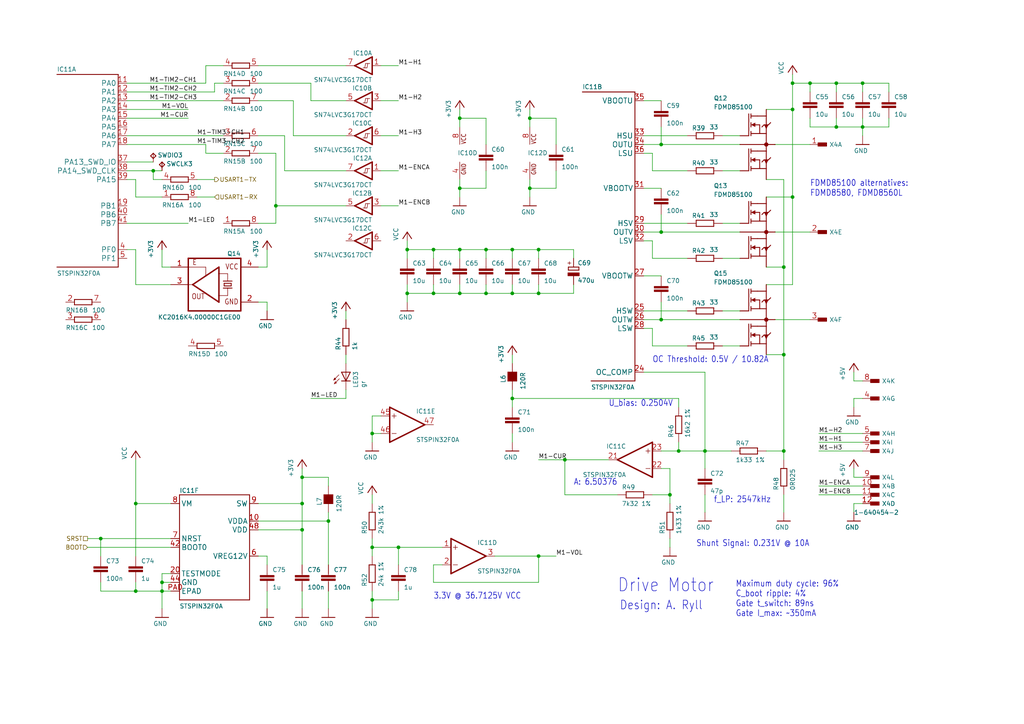
<source format=kicad_sch>
(kicad_sch (version 20250114) (generator "eeschema") (generator_version "9.0")
  (paper "A4")
  (text "Design: A. Ryll" (at 179.705 177.165 0) (effects (font (size 2.54 2.159)) (justify left bottom)))
  (text "A: 6.50376" (at 166.37 140.97 0) (effects (font (size 1.778 1.5113)) (justify left bottom)))
  (text "OC Threshold: 0.5V / 10.82A" (at 189.23 105.41 0) (effects (font (size 1.778 1.5113)) (justify left bottom)))
  (text "Shunt Signal: 0.231V @ 10A" (at 201.93 158.75 0) (effects (font (size 1.778 1.5113)) (justify left bottom)))
  (text "U_bias: 0.2504V" (at 176.53 118.11 0) (effects (font (size 1.778 1.5113)) (justify left bottom)))
  (text "FDMD85100 alternatives:\nFDMD8580, FDMD8560L" (at 234.95 57.15 0) (effects (font (size 1.778 1.5113)) (justify left bottom)))
  (text "Maximum duty cycle: 96%\nC_boot ripple: 4%\nGate t_switch: 89ns\nGate I_max: ~350mA" (at 213.36 179.07 0) (effects (font (size 1.778 1.5113)) (justify left bottom)))
  (text "3.3V @ 36.7125V VCC" (at 125.73 173.99 0) (effects (font (size 1.778 1.5113)) (justify left bottom)))
  (text "f_LP: 2547kHz" (at 207.01 146.05 0) (effects (font (size 1.778 1.5113)) (justify left bottom)))
  (text "Drive Motor" (at 179.07 172.085 0) (effects (font (size 3.81 3.2385)) (justify left bottom)))
  (junction (at 227.33 77.47))
  (junction (at 133.35 34.29))
  (junction (at 107.95 125.73))
  (junction (at 191.77 92.71))
  (junction (at 153.67 34.29))
  (junction (at 133.35 72.39))
  (junction (at 156.21 85.09))
  (junction (at 227.33 102.87))
  (junction (at 95.25 151.13))
  (junction (at 29.21 156.21))
  (junction (at 196.85 130.81))
  (junction (at 227.33 130.81))
  (junction (at 87.63 153.67))
  (junction (at 39.37 171.45))
  (junction (at 194.31 143.51))
  (junction (at 133.35 54.61))
  (junction (at 140.97 72.39))
  (junction (at 46.99 168.91))
  (junction (at 153.67 54.61))
  (junction (at 250.19 24.13))
  (junction (at 250.19 36.83))
  (junction (at 80.01 59.69))
  (junction (at 148.59 115.57))
  (junction (at 115.57 158.75))
  (junction (at 156.21 161.29))
  (junction (at 229.87 24.13))
  (junction (at 204.47 130.81))
  (junction (at 133.35 85.09))
  (junction (at 107.95 158.75))
  (junction (at 234.95 24.13))
  (junction (at 156.21 72.39))
  (junction (at 107.95 173.99))
  (junction (at 242.57 36.83))
  (junction (at 44.45 49.53))
  (junction (at 191.77 67.31))
  (junction (at 46.99 171.45))
  (junction (at 242.57 24.13))
  (junction (at 118.11 72.39))
  (junction (at 191.77 41.91))
  (junction (at 163.83 133.35))
  (junction (at 125.73 85.09))
  (junction (at 148.59 72.39))
  (junction (at 229.87 57.15))
  (junction (at 87.63 146.05))
  (junction (at 87.63 138.43))
  (junction (at 140.97 85.09))
  (junction (at 125.73 72.39))
  (junction (at 229.87 31.75))
  (junction (at 148.59 85.09))
  (junction (at 39.37 146.05))
  (junction (at 118.11 85.09))
  (wire (pts (xy 153.67 34.29) (xy 153.67 31.75)) (stroke (width 0.1524)))
  (wire (pts (xy 229.87 24.13) (xy 229.87 21.59)) (stroke (width 0.1524)))
  (wire (pts (xy 224.79 67.31) (xy 234.95 67.31)) (stroke (width 0.1524)))
  (wire (pts (xy 95.25 140.97) (xy 95.25 138.43)) (stroke (width 0.1524)))
  (wire (pts (xy 189.23 100.33) (xy 199.39 100.33)) (stroke (width 0.1524)))
  (wire (pts (xy 163.83 133.35) (xy 156.21 133.35)) (stroke (width 0.1524)))
  (wire (pts (xy 46.99 171.45) (xy 39.37 171.45)) (stroke (width 0.1524)))
  (wire (pts (xy 148.59 74.93) (xy 148.59 72.39)) (stroke (width 0.1524)))
  (wire (pts (xy 191.77 62.23) (xy 191.77 67.31)) (stroke (width 0.1524)))
  (wire (pts (xy 39.37 52.07) (xy 36.83 52.07)) (stroke (width 0.1524)))
  (wire (pts (xy 125.73 85.09) (xy 125.73 82.55)) (stroke (width 0.1524)))
  (wire (pts (xy 179.07 143.51) (xy 163.83 143.51)) (stroke (width 0.1524)))
  (wire (pts (xy 133.35 72.39) (xy 140.97 72.39)) (stroke (width 0.1524)))
  (wire (pts (xy 49.53 166.37) (xy 46.99 166.37)) (stroke (width 0.1524)))
  (wire (pts (xy 153.67 54.61) (xy 153.67 52.07)) (stroke (width 0.1524)))
  (wire (pts (xy 194.31 146.05) (xy 194.31 143.51)) (stroke (width 0.1524)))
  (wire (pts (xy 194.31 135.89) (xy 191.77 135.89)) (stroke (width 0.1524)))
  (wire (pts (xy 250.19 36.83) (xy 250.19 34.29)) (stroke (width 0.1524)))
  (wire (pts (xy 191.77 67.31) (xy 186.69 67.31)) (stroke (width 0.1524)))
  (wire (pts (xy 161.29 41.91) (xy 161.29 34.29)) (stroke (width 0.1524)))
  (wire (pts (xy 100.33 90.17) (xy 100.33 92.71)) (stroke (width 0.1524)))
  (wire (pts (xy 95.25 163.83) (xy 95.25 151.13)) (stroke (width 0.1524)))
  (wire (pts (xy 140.97 72.39) (xy 148.59 72.39)) (stroke (width 0.1524)))
  (wire (pts (xy 227.33 148.59) (xy 227.33 143.51)) (stroke (width 0.1524)))
  (wire (pts (xy 36.83 34.29) (xy 54.61 34.29)) (stroke (width 0.1524)))
  (wire (pts (xy 161.29 34.29) (xy 153.67 34.29)) (stroke (width 0.1524)))
  (wire (pts (xy 46.99 166.37) (xy 46.99 168.91)) (stroke (width 0.1524)))
  (wire (pts (xy 125.73 74.93) (xy 125.73 72.39)) (stroke (width 0.1524)))
  (wire (pts (xy 242.57 36.83) (xy 242.57 34.29)) (stroke (width 0.1524)))
  (wire (pts (xy 250.19 140.97) (xy 237.49 140.97)) (stroke (width 0.1524)))
  (wire (pts (xy 227.33 77.47) (xy 227.33 102.87)) (stroke (width 0.1524)))
  (wire (pts (xy 222.25 130.81) (xy 227.33 130.81)) (stroke (width 0.1524)))
  (wire (pts (xy 77.47 163.83) (xy 77.47 161.29)) (stroke (width 0.1524)))
  (wire (pts (xy 242.57 36.83) (xy 250.19 36.83)) (stroke (width 0.1524)))
  (wire (pts (xy 250.19 138.43) (xy 247.65 138.43)) (stroke (width 0.1524)))
  (wire (pts (xy 36.83 46.99) (xy 44.45 46.99)) (stroke (width 0.1524)))
  (wire (pts (xy 25.4 158.75) (xy 49.53 158.75)) (stroke (width 0.1524)))
  (wire (pts (xy 234.95 26.67) (xy 234.95 24.13)) (stroke (width 0.1524)))
  (wire (pts (xy 110.49 39.37) (xy 115.57 39.37)) (stroke (width 0.1524)))
  (wire (pts (xy 39.37 146.05) (xy 39.37 133.35)) (stroke (width 0.1524)))
  (wire (pts (xy 39.37 171.45) (xy 39.37 168.91)) (stroke (width 0.1524)))
  (wire (pts (xy 209.55 100.33) (xy 214.63 100.33)) (stroke (width 0.1524)))
  (wire (pts (xy 191.77 87.63) (xy 191.77 92.71)) (stroke (width 0.1524)))
  (wire (pts (xy 234.95 24.13) (xy 242.57 24.13)) (stroke (width 0.1524)))
  (wire (pts (xy 156.21 168.91) (xy 156.21 161.29)) (stroke (width 0.1524)))
  (wire (pts (xy 29.21 161.29) (xy 29.21 156.21)) (stroke (width 0.1524)))
  (wire (pts (xy 133.35 54.61) (xy 140.97 54.61)) (stroke (width 0.1524)))
  (wire (pts (xy 163.83 133.35) (xy 176.53 133.35)) (stroke (width 0.1524)))
  (wire (pts (xy 87.63 163.83) (xy 87.63 153.67)) (stroke (width 0.1524)))
  (wire (pts (xy 229.87 24.13) (xy 234.95 24.13)) (stroke (width 0.1524)))
  (wire (pts (xy 44.45 52.07) (xy 44.45 49.53)) (stroke (width 0.1524)))
  (wire (pts (xy 100.33 113.03) (xy 100.33 115.57)) (stroke (width 0.1524)))
  (wire (pts (xy 62.23 26.67) (xy 62.23 24.13)) (stroke (width 0.1524)))
  (wire (pts (xy 222.25 77.47) (xy 227.33 77.47)) (stroke (width 0.1524)))
  (wire (pts (xy 39.37 57.15) (xy 39.37 52.07)) (stroke (width 0.1524)))
  (wire (pts (xy 107.95 146.05) (xy 107.95 143.51)) (stroke (width 0.1524)))
  (wire (pts (xy 57.15 52.07) (xy 62.23 52.07)) (stroke (width 0.1524)))
  (wire (pts (xy 186.69 64.77) (xy 199.39 64.77)) (stroke (width 0.1524)))
  (wire (pts (xy 87.63 176.53) (xy 87.63 171.45)) (stroke (width 0.1524)))
  (wire (pts (xy 250.19 130.81) (xy 237.49 130.81)) (stroke (width 0.1524)))
  (wire (pts (xy 44.45 49.53) (xy 46.99 49.53)) (stroke (width 0.1524)))
  (wire (pts (xy 80.01 59.69) (xy 100.33 59.69)) (stroke (width 0.1524)))
  (wire (pts (xy 199.39 39.37) (xy 186.69 39.37)) (stroke (width 0.1524)))
  (wire (pts (xy 204.47 130.81) (xy 204.47 107.95)) (stroke (width 0.1524)))
  (wire (pts (xy 110.49 19.05) (xy 115.57 19.05)) (stroke (width 0.1524)))
  (wire (pts (xy 49.53 77.47) (xy 46.99 77.47)) (stroke (width 0.1524)))
  (wire (pts (xy 250.19 24.13) (xy 250.19 26.67)) (stroke (width 0.1524)))
  (wire (pts (xy 204.47 130.81) (xy 196.85 130.81)) (stroke (width 0.1524)))
  (wire (pts (xy 257.81 36.83) (xy 257.81 34.29)) (stroke (width 0.1524)))
  (wire (pts (xy 140.97 74.93) (xy 140.97 72.39)) (stroke (width 0.1524)))
  (wire (pts (xy 100.33 49.53) (xy 82.55 49.53)) (stroke (width 0.1524)))
  (wire (pts (xy 247.65 146.05) (xy 247.65 148.59)) (stroke (width 0.1524)))
  (wire (pts (xy 224.79 92.71) (xy 234.95 92.71)) (stroke (width 0.1524)))
  (wire (pts (xy 90.17 29.21) (xy 100.33 29.21)) (stroke (width 0.1524)))
  (wire (pts (xy 46.99 168.91) (xy 46.99 171.45)) (stroke (width 0.1524)))
  (wire (pts (xy 110.49 59.69) (xy 115.57 59.69)) (stroke (width 0.1524)))
  (wire (pts (xy 74.93 87.63) (xy 77.47 87.63)) (stroke (width 0.1524)))
  (wire (pts (xy 227.33 130.81) (xy 227.33 102.87)) (stroke (width 0.1524)))
  (wire (pts (xy 49.53 156.21) (xy 29.21 156.21)) (stroke (width 0.1524)))
  (wire (pts (xy 107.95 158.75) (xy 115.57 158.75)) (stroke (width 0.1524)))
  (wire (pts (xy 214.63 39.37) (xy 209.55 39.37)) (stroke (width 0.1524)))
  (wire (pts (xy 125.73 163.83) (xy 125.73 168.91)) (stroke (width 0.1524)))
  (wire (pts (xy 140.97 54.61) (xy 140.97 49.53)) (stroke (width 0.1524)))
  (wire (pts (xy 133.35 85.09) (xy 133.35 82.55)) (stroke (width 0.1524)))
  (wire (pts (xy 186.69 90.17) (xy 199.39 90.17)) (stroke (width 0.1524)))
  (wire (pts (xy 250.19 36.83) (xy 257.81 36.83)) (stroke (width 0.1524)))
  (wire (pts (xy 46.99 77.47) (xy 46.99 72.39)) (stroke (width 0.1524)))
  (wire (pts (xy 74.93 77.47) (xy 77.47 77.47)) (stroke (width 0.1524)))
  (wire (pts (xy 214.63 67.31) (xy 191.77 67.31)) (stroke (width 0.1524)))
  (wire (pts (xy 74.93 146.05) (xy 87.63 146.05)) (stroke (width 0.1524)))
  (wire (pts (xy 64.77 19.05) (xy 59.69 19.05)) (stroke (width 0.1524)))
  (wire (pts (xy 214.63 92.71) (xy 191.77 92.71)) (stroke (width 0.1524)))
  (wire (pts (xy 209.55 74.93) (xy 214.63 74.93)) (stroke (width 0.1524)))
  (wire (pts (xy 250.19 143.51) (xy 237.49 143.51)) (stroke (width 0.1524)))
  (wire (pts (xy 227.33 133.35) (xy 227.33 130.81)) (stroke (width 0.1524)))
  (wire (pts (xy 115.57 171.45) (xy 115.57 173.99)) (stroke (width 0.1524)))
  (wire (pts (xy 224.79 41.91) (xy 234.95 41.91)) (stroke (width 0.1524)))
  (wire (pts (xy 191.77 36.83) (xy 191.77 41.91)) (stroke (width 0.1524)))
  (wire (pts (xy 156.21 72.39) (xy 156.21 74.93)) (stroke (width 0.1524)))
  (wire (pts (xy 36.83 31.75) (xy 54.61 31.75)) (stroke (width 0.1524)))
  (wire (pts (xy 166.37 72.39) (xy 166.37 74.93)) (stroke (width 0.1524)))
  (wire (pts (xy 118.11 72.39) (xy 118.11 69.85)) (stroke (width 0.1524)))
  (wire (pts (xy 222.25 31.75) (xy 229.87 31.75)) (stroke (width 0.1524)))
  (wire (pts (xy 115.57 173.99) (xy 107.95 173.99)) (stroke (width 0.1524)))
  (wire (pts (xy 74.93 44.45) (xy 80.01 44.45)) (stroke (width 0.1524)))
  (wire (pts (xy 80.01 64.77) (xy 80.01 59.69)) (stroke (width 0.1524)))
  (wire (pts (xy 62.23 24.13) (xy 64.77 24.13)) (stroke (width 0.1524)))
  (wire (pts (xy 250.19 110.49) (xy 247.65 110.49)) (stroke (width 0.1524)))
  (wire (pts (xy 161.29 54.61) (xy 161.29 49.53)) (stroke (width 0.1524)))
  (wire (pts (xy 186.69 44.45) (xy 189.23 44.45)) (stroke (width 0.1524)))
  (wire (pts (xy 74.93 64.77) (xy 80.01 64.77)) (stroke (width 0.1524)))
  (wire (pts (xy 36.83 29.21) (xy 64.77 29.21)) (stroke (width 0.1524)))
  (wire (pts (xy 36.83 26.67) (xy 62.23 26.67)) (stroke (width 0.1524)))
  (wire (pts (xy 133.35 85.09) (xy 140.97 85.09)) (stroke (width 0.1524)))
  (wire (pts (xy 74.93 24.13) (xy 90.17 24.13)) (stroke (width 0.1524)))
  (wire (pts (xy 222.25 52.07) (xy 227.33 52.07)) (stroke (width 0.1524)))
  (wire (pts (xy 191.77 41.91) (xy 186.69 41.91)) (stroke (width 0.1524)))
  (wire (pts (xy 247.65 115.57) (xy 247.65 118.11)) (stroke (width 0.1524)))
  (wire (pts (xy 214.63 90.17) (xy 209.55 90.17)) (stroke (width 0.1524)))
  (wire (pts (xy 189.23 49.53) (xy 199.39 49.53)) (stroke (width 0.1524)))
  (wire (pts (xy 153.67 36.83) (xy 153.67 34.29)) (stroke (width 0.1524)))
  (wire (pts (xy 77.47 176.53) (xy 77.47 171.45)) (stroke (width 0.1524)))
  (wire (pts (xy 250.19 128.27) (xy 237.49 128.27)) (stroke (width 0.1524)))
  (wire (pts (xy 118.11 85.09) (xy 125.73 85.09)) (stroke (width 0.1524)))
  (wire (pts (xy 189.23 69.85) (xy 189.23 74.93)) (stroke (width 0.1524)))
  (wire (pts (xy 74.93 151.13) (xy 95.25 151.13)) (stroke (width 0.1524)))
  (wire (pts (xy 196.85 130.81) (xy 196.85 128.27)) (stroke (width 0.1524)))
  (wire (pts (xy 186.69 95.25) (xy 189.23 95.25)) (stroke (width 0.1524)))
  (wire (pts (xy 191.77 54.61) (xy 186.69 54.61)) (stroke (width 0.1524)))
  (wire (pts (xy 212.09 130.81) (xy 204.47 130.81)) (stroke (width 0.1524)))
  (wire (pts (xy 214.63 64.77) (xy 209.55 64.77)) (stroke (width 0.1524)))
  (wire (pts (xy 153.67 57.15) (xy 153.67 54.61)) (stroke (width 0.1524)))
  (wire (pts (xy 85.09 29.21) (xy 74.93 29.21)) (stroke (width 0.1524)))
  (wire (pts (xy 189.23 44.45) (xy 189.23 49.53)) (stroke (width 0.1524)))
  (wire (pts (xy 133.35 36.83) (xy 133.35 34.29)) (stroke (width 0.1524)))
  (wire (pts (xy 29.21 156.21) (xy 25.4 156.21)) (stroke (width 0.1524)))
  (wire (pts (xy 186.69 29.21) (xy 191.77 29.21)) (stroke (width 0.1524)))
  (wire (pts (xy 49.53 168.91) (xy 46.99 168.91)) (stroke (width 0.1524)))
  (wire (pts (xy 39.37 72.39) (xy 36.83 72.39)) (stroke (width 0.1524)))
  (wire (pts (xy 100.33 39.37) (xy 85.09 39.37)) (stroke (width 0.1524)))
  (wire (pts (xy 191.77 92.71) (xy 186.69 92.71)) (stroke (width 0.1524)))
  (wire (pts (xy 125.73 85.09) (xy 133.35 85.09)) (stroke (width 0.1524)))
  (wire (pts (xy 257.81 26.67) (xy 257.81 24.13)) (stroke (width 0.1524)))
  (wire (pts (xy 148.59 115.57) (xy 148.59 113.03)) (stroke (width 0.1524)))
  (wire (pts (xy 189.23 74.93) (xy 199.39 74.93)) (stroke (width 0.1524)))
  (wire (pts (xy 110.49 49.53) (xy 115.57 49.53)) (stroke (width 0.1524)))
  (wire (pts (xy 222.25 82.55) (xy 229.87 82.55)) (stroke (width 0.1524)))
  (wire (pts (xy 242.57 24.13) (xy 242.57 26.67)) (stroke (width 0.1524)))
  (wire (pts (xy 196.85 115.57) (xy 148.59 115.57)) (stroke (width 0.1524)))
  (wire (pts (xy 77.47 77.47) (xy 77.47 72.39)) (stroke (width 0.1524)))
  (wire (pts (xy 189.23 143.51) (xy 194.31 143.51)) (stroke (width 0.1524)))
  (wire (pts (xy 82.55 49.53) (xy 82.55 39.37)) (stroke (width 0.1524)))
  (wire (pts (xy 49.53 171.45) (xy 46.99 171.45)) (stroke (width 0.1524)))
  (wire (pts (xy 90.17 24.13) (xy 90.17 29.21)) (stroke (width 0.1524)))
  (wire (pts (xy 107.95 161.29) (xy 107.95 158.75)) (stroke (width 0.1524)))
  (wire (pts (xy 250.19 115.57) (xy 247.65 115.57)) (stroke (width 0.1524)))
  (wire (pts (xy 166.37 85.09) (xy 166.37 82.55)) (stroke (width 0.1524)))
  (wire (pts (xy 115.57 163.83) (xy 115.57 158.75)) (stroke (width 0.1524)))
  (wire (pts (xy 153.67 54.61) (xy 161.29 54.61)) (stroke (width 0.1524)))
  (wire (pts (xy 36.83 49.53) (xy 44.45 49.53)) (stroke (width 0.1524)))
  (wire (pts (xy 148.59 118.11) (xy 148.59 115.57)) (stroke (width 0.1524)))
  (wire (pts (xy 133.35 57.15) (xy 133.35 54.61)) (stroke (width 0.1524)))
  (wire (pts (xy 204.47 107.95) (xy 186.69 107.95)) (stroke (width 0.1524)))
  (wire (pts (xy 46.99 171.45) (xy 46.99 176.53)) (stroke (width 0.1524)))
  (wire (pts (xy 222.25 57.15) (xy 229.87 57.15)) (stroke (width 0.1524)))
  (wire (pts (xy 247.65 110.49) (xy 247.65 107.95)) (stroke (width 0.1524)))
  (wire (pts (xy 133.35 74.93) (xy 133.35 72.39)) (stroke (width 0.1524)))
  (wire (pts (xy 118.11 87.63) (xy 118.11 85.09)) (stroke (width 0.1524)))
  (wire (pts (xy 140.97 34.29) (xy 133.35 34.29)) (stroke (width 0.1524)))
  (wire (pts (xy 196.85 118.11) (xy 196.85 115.57)) (stroke (width 0.1524)))
  (wire (pts (xy 39.37 171.45) (xy 29.21 171.45)) (stroke (width 0.1524)))
  (wire (pts (xy 107.95 158.75) (xy 107.95 156.21)) (stroke (width 0.1524)))
  (wire (pts (xy 214.63 49.53) (xy 209.55 49.53)) (stroke (width 0.1524)))
  (wire (pts (xy 49.53 146.05) (xy 39.37 146.05)) (stroke (width 0.1524)))
  (wire (pts (xy 125.73 168.91) (xy 156.21 168.91)) (stroke (width 0.1524)))
  (wire (pts (xy 100.33 115.57) (xy 90.17 115.57)) (stroke (width 0.1524)))
  (wire (pts (xy 85.09 39.37) (xy 85.09 29.21)) (stroke (width 0.1524)))
  (wire (pts (xy 118.11 72.39) (xy 125.73 72.39)) (stroke (width 0.1524)))
  (wire (pts (xy 148.59 72.39) (xy 156.21 72.39)) (stroke (width 0.1524)))
  (wire (pts (xy 234.95 36.83) (xy 242.57 36.83)) (stroke (width 0.1524)))
  (wire (pts (xy 204.47 135.89) (xy 204.47 130.81)) (stroke (width 0.1524)))
  (wire (pts (xy 46.99 57.15) (xy 39.37 57.15)) (stroke (width 0.1524)))
  (wire (pts (xy 39.37 146.05) (xy 39.37 161.29)) (stroke (width 0.1524)))
  (wire (pts (xy 100.33 105.41) (xy 100.33 102.87)) (stroke (width 0.1524)))
  (wire (pts (xy 128.27 163.83) (xy 125.73 163.83)) (stroke (width 0.1524)))
  (wire (pts (xy 57.15 57.15) (xy 62.23 57.15)) (stroke (width 0.1524)))
  (wire (pts (xy 186.69 69.85) (xy 189.23 69.85)) (stroke (width 0.1524)))
  (wire (pts (xy 156.21 161.29) (xy 143.51 161.29)) (stroke (width 0.1524)))
  (wire (pts (xy 49.53 82.55) (xy 39.37 82.55)) (stroke (width 0.1524)))
  (wire (pts (xy 110.49 120.65) (xy 107.95 120.65)) (stroke (width 0.1524)))
  (wire (pts (xy 148.59 85.09) (xy 156.21 85.09)) (stroke (width 0.1524)))
  (wire (pts (xy 36.83 24.13) (xy 59.69 24.13)) (stroke (width 0.1524)))
  (wire (pts (xy 133.35 54.61) (xy 133.35 52.07)) (stroke (width 0.1524)))
  (wire (pts (xy 189.23 95.25) (xy 189.23 100.33)) (stroke (width 0.1524)))
  (wire (pts (xy 186.69 80.01) (xy 191.77 80.01)) (stroke (width 0.1524)))
  (wire (pts (xy 148.59 128.27) (xy 148.59 125.73)) (stroke (width 0.1524)))
  (wire (pts (xy 194.31 158.75) (xy 194.31 156.21)) (stroke (width 0.1524)))
  (wire (pts (xy 194.31 143.51) (xy 194.31 135.89)) (stroke (width 0.1524)))
  (wire (pts (xy 115.57 158.75) (xy 128.27 158.75)) (stroke (width 0.1524)))
  (wire (pts (xy 107.95 173.99) (xy 107.95 176.53)) (stroke (width 0.1524)))
  (wire (pts (xy 140.97 85.09) (xy 140.97 82.55)) (stroke (width 0.1524)))
  (wire (pts (xy 227.33 52.07) (xy 227.33 77.47)) (stroke (width 0.1524)))
  (wire (pts (xy 156.21 85.09) (xy 156.21 82.55)) (stroke (width 0.1524)))
  (wire (pts (xy 95.25 176.53) (xy 95.25 171.45)) (stroke (width 0.1524)))
  (wire (pts (xy 156.21 85.09) (xy 166.37 85.09)) (stroke (width 0.1524)))
  (wire (pts (xy 247.65 138.43) (xy 247.65 135.89)) (stroke (width 0.1524)))
  (wire (pts (xy 29.21 171.45) (xy 29.21 168.91)) (stroke (width 0.1524)))
  (wire (pts (xy 250.19 39.37) (xy 250.19 36.83)) (stroke (width 0.1524)))
  (wire (pts (xy 74.93 153.67) (xy 87.63 153.67)) (stroke (width 0.1524)))
  (wire (pts (xy 148.59 102.87) (xy 148.59 105.41)) (stroke (width 0.1524)))
  (wire (pts (xy 107.95 120.65) (xy 107.95 125.73)) (stroke (width 0.1524)))
  (wire (pts (xy 100.33 19.05) (xy 74.93 19.05)) (stroke (width 0.1524)))
  (wire (pts (xy 242.57 24.13) (xy 250.19 24.13)) (stroke (width 0.1524)))
  (wire (pts (xy 36.83 39.37) (xy 64.77 39.37)) (stroke (width 0.1524)))
  (wire (pts (xy 110.49 29.21) (xy 115.57 29.21)) (stroke (width 0.1524)))
  (wire (pts (xy 229.87 82.55) (xy 229.87 57.15)) (stroke (width 0.1524)))
  (wire (pts (xy 140.97 41.91) (xy 140.97 34.29)) (stroke (width 0.1524)))
  (wire (pts (xy 95.25 138.43) (xy 87.63 138.43)) (stroke (width 0.1524)))
  (wire (pts (xy 59.69 41.91) (xy 59.69 44.45)) (stroke (width 0.1524)))
  (wire (pts (xy 77.47 161.29) (xy 74.93 161.29)) (stroke (width 0.1524)))
  (wire (pts (xy 110.49 125.73) (xy 107.95 125.73)) (stroke (width 0.1524)))
  (wire (pts (xy 250.19 125.73) (xy 237.49 125.73)) (stroke (width 0.1524)))
  (wire (pts (xy 39.37 82.55) (xy 39.37 72.39)) (stroke (width 0.1524)))
  (wire (pts (xy 191.77 130.81) (xy 196.85 130.81)) (stroke (width 0.1524)))
  (wire (pts (xy 80.01 44.45) (xy 80.01 59.69)) (stroke (width 0.1524)))
  (wire (pts (xy 156.21 161.29) (xy 161.29 161.29)) (stroke (width 0.1524)))
  (wire (pts (xy 140.97 85.09) (xy 148.59 85.09)) (stroke (width 0.1524)))
  (wire (pts (xy 82.55 39.37) (xy 74.93 39.37)) (stroke (width 0.1524)))
  (wire (pts (xy 118.11 74.93) (xy 118.11 72.39)) (stroke (width 0.1524)))
  (wire (pts (xy 87.63 146.05) (xy 87.63 138.43)) (stroke (width 0.1524)))
  (wire (pts (xy 250.19 146.05) (xy 247.65 146.05)) (stroke (width 0.1524)))
  (wire (pts (xy 36.83 41.91) (xy 59.69 41.91)) (stroke (width 0.1524)))
  (wire (pts (xy 36.83 64.77) (xy 54.61 64.77)) (stroke (width 0.1524)))
  (wire (pts (xy 107.95 171.45) (xy 107.95 173.99)) (stroke (width 0.1524)))
  (wire (pts (xy 87.63 153.67) (xy 87.63 146.05)) (stroke (width 0.1524)))
  (wire (pts (xy 59.69 44.45) (xy 64.77 44.45)) (stroke (width 0.1524)))
  (wire (pts (xy 118.11 85.09) (xy 118.11 82.55)) (stroke (width 0.1524)))
  (wire (pts (xy 250.19 24.13) (xy 257.81 24.13)) (stroke (width 0.1524)))
  (wire (pts (xy 87.63 138.43) (xy 87.63 135.89)) (stroke (width 0.1524)))
  (wire (pts (xy 77.47 87.63) (xy 77.47 90.17)) (stroke (width 0.1524)))
  (wire (pts (xy 214.63 41.91) (xy 191.77 41.91)) (stroke (width 0.1524)))
  (wire (pts (xy 107.95 125.73) (xy 107.95 128.27)) (stroke (width 0.1524)))
  (wire (pts (xy 148.59 85.09) (xy 148.59 82.55)) (stroke (width 0.1524)))
  (wire (pts (xy 222.25 102.87) (xy 227.33 102.87)) (stroke (width 0.1524)))
  (wire (pts (xy 125.73 72.39) (xy 133.35 72.39)) (stroke (width 0.1524)))
  (wire (pts (xy 156.21 72.39) (xy 166.37 72.39)) (stroke (width 0.1524)))
  (wire (pts (xy 229.87 31.75) (xy 229.87 24.13)) (stroke (width 0.1524)))
  (wire (pts (xy 133.35 34.29) (xy 133.35 31.75)) (stroke (width 0.1524)))
  (wire (pts (xy 234.95 34.29) (xy 234.95 36.83)) (stroke (width 0.1524)))
  (wire (pts (xy 46.99 52.07) (xy 44.45 52.07)) (stroke (width 0.1524)))
  (wire (pts (xy 95.25 151.13) (xy 95.25 148.59)) (stroke (width 0.1524)))
  (wire (pts (xy 59.69 19.05) (xy 59.69 24.13)) (stroke (width 0.1524)))
  (wire (pts (xy 229.87 57.15) (xy 229.87 31.75)) (stroke (width 0.1524)))
  (wire (pts (xy 204.47 148.59) (xy 204.47 143.51)) (stroke (width 0.1524)))
  (wire (pts (xy 163.83 143.51) (xy 163.83 133.35)) (stroke (width 0.1524)))
  (label "M1-TIM2-CH3" (at 57.15 29.21 180) (effects (font (size 1.2446 1.2446))))
  (label "M1-ENCB" (at 115.57 59.69 0) (effects (font (size 1.2446 1.2446))))
  (label "M1-H1" (at 237.49 128.27 0) (effects (font (size 1.2446 1.2446))))
  (label "M1-TIM2-CH2" (at 57.15 26.67 180) (effects (font (size 1.2446 1.2446))))
  (label "M1-H2" (at 115.57 29.21 0) (effects (font (size 1.2446 1.2446))))
  (label "M1-H3" (at 237.49 130.81 0) (effects (font (size 1.2446 1.2446))))
  (label "M1-ENCB" (at 237.49 143.51 0) (effects (font (size 1.2446 1.2446))))
  (label "M1-H3" (at 115.57 39.37 0) (effects (font (size 1.2446 1.2446))))
  (label "M1-TIM2-CH1" (at 57.15 24.13 180) (effects (font (size 1.2446 1.2446))))
  (label "M1-H1" (at 115.57 19.05 0) (effects (font (size 1.2446 1.2446))))
  (label "M1-LED" (at 90.17 115.57 0) (effects (font (size 1.2446 1.2446))))
  (label "M1-CUR" (at 156.21 133.35 0) (effects (font (size 1.2446 1.2446))))
  (label "M1-H2" (at 237.49 125.73 0) (effects (font (size 1.2446 1.2446))))
  (label "M1-TIM3-CH1" (at 57.15 39.37 0) (effects (font (size 1.2446 1.2446))))
  (label "M1-LED" (at 54.61 64.77 0) (effects (font (size 1.2446 1.2446))))
  (label "M1-TIM3-CH2" (at 57.15 41.91 0) (effects (font (size 1.2446 1.2446))))
  (label "M1-VOL" (at 54.61 31.75 180) (effects (font (size 1.2446 1.2446))))
  (label "M1-ENCA" (at 237.49 140.97 0) (effects (font (size 1.2446 1.2446))))
  (label "M1-VOL" (at 161.29 161.29 0) (effects (font (size 1.2446 1.2446))))
  (label "M1-CUR" (at 54.61 34.29 180) (effects (font (size 1.2446 1.2446))))
  (label "M1-ENCA" (at 115.57 49.53 0) (effects (font (size 1.2446 1.2446))))
  (hierarchical_label "USART1-RX" (shape input) (at 62.23 57.15 0) (effects (font (size 1.2446 1.2446))))
  (hierarchical_label "USART1-TX" (shape output) (at 62.23 52.07 0) (effects (font (size 1.2446 1.2446))))
  (hierarchical_label "BOOT" (shape input) (at 25.4 158.75 180) (effects (font (size 1.2446 1.2446))))
  (hierarchical_label "SRST" (shape passive) (at 25.4 156.21 180) (effects (font (size 1.2446 1.2446))))
  (symbol (lib_id "Powerboard v1-eagle-import:GND") (at 250.19 41.91 0) (unit 1)
    (property "Reference" "#MOTOR1:#GND01" (effects (hide yes)))
    (property "Value" "GND" (at 247.65 44.45 0) (effects (justify left bottom)))
    (instances (project "" (path "" (reference "#MOTOR2:#GND01") (unit 1)) (path "" (reference "#MOTOR3:#GND01") (unit 1)) (path "" (reference "#MOTOR1:#GND01") (unit 1)) (path "" (reference "#MOTOR4:#GND01") (unit 1))))
  )
  (symbol (lib_id "Powerboard v1-eagle-import:C-EUC0603") (at 191.77 82.55 0) (unit 1)
    (property "Reference" "C46" (at 193.294 82.169 0) (effects (justify left bottom)))
    (property "Value" "100n" (at 193.294 87.249 0) (effects (justify left bottom)))
    (property "Footprint" "Powerboard v1:C0603" (effects (hide yes)))
    (property "Digi-Key" "1292-1397-1-ND" (effects (hide yes)))
    (instances (project "" (path "" (reference "C70") (unit 1)) (path "" (reference "C94") (unit 1)) (path "" (reference "C46") (unit 1)) (path "" (reference "C118") (unit 1))))
  )
  (symbol (lib_id "Powerboard v1-eagle-import:4R-NEXB28V") (at 69.85 24.13 0) (unit 3)
    (property "Reference" "RN11" (at 64.77 27.178 0) (effects (justify left bottom)))
    (property "Value" "100" (at 72.39 27.178 0) (effects (justify left bottom)))
    (property "Footprint" "Powerboard v1:EXB28V" (effects (hide yes)))
    (property "Digi-Key" "Y7101CT-ND" (effects (hide yes)))
    (instances (project "" (path "" (reference "RN14") (unit 3)) (path "" (reference "RN17") (unit 3)) (path "" (reference "RN11") (unit 3)) (path "" (reference "RN20") (unit 3))))
  )
  (symbol (lib_id "Powerboard v1-eagle-import:MTA-100-12") (at 234.95 92.71 0) (unit 6)
    (property "Reference" "X3" (at 240.538 93.472 0) (effects (justify left bottom)))
    (property "Value" "1-640454-2" (effects (hide yes)))
    (property "Footprint" "Powerboard v1:1-640454-2" (effects (hide yes)))
    (property "Digi-Key" "A19439-ND" (effects (hide yes)))
    (instances (project "" (path "" (reference "X4") (unit 6)) (path "" (reference "X5") (unit 6)) (path "" (reference "X3") (unit 6)) (path "" (reference "X6") (unit 6))))
  )
  (symbol (lib_id "Powerboard v1-eagle-import:C-EUC1206") (at 257.81 29.21 0) (unit 1)
    (property "Reference" "C34" (at 259.334 28.829 0) (effects (justify left bottom)))
    (property "Value" "10u" (at 259.334 33.909 0) (effects (justify left bottom)))
    (property "Footprint" "Powerboard v1:C1206" (effects (hide yes)))
    (property "Description" "50V" (effects (hide yes)))
    (property "Digi-Key" "1276-6736-2-ND" (effects (hide yes)))
    (property "Mfg Part #" "C3225X5R1H106M250AB" (effects (hide yes)))
    (instances (project "" (path "" (reference "C58") (unit 1)) (path "" (reference "C82") (unit 1)) (path "" (reference "C34") (unit 1)) (path "" (reference "C106") (unit 1))))
  )
  (symbol (lib_id "Powerboard v1-eagle-import:C-EUC1206") (at 140.97 77.47 0) (unit 1)
    (property "Reference" "C42" (at 142.494 77.089 0) (effects (justify left bottom)))
    (property "Value" "10u" (at 142.494 82.169 0) (effects (justify left bottom)))
    (property "Footprint" "Powerboard v1:C1206" (effects (hide yes)))
    (property "Description" "50V" (effects (hide yes)))
    (property "Digi-Key" "1276-6736-2-ND" (effects (hide yes)))
    (property "Mfg Part #" "C3225X5R1H106M250AB" (effects (hide yes)))
    (instances (project "" (path "" (reference "C66") (unit 1)) (path "" (reference "C90") (unit 1)) (path "" (reference "C42") (unit 1)) (path "" (reference "C114") (unit 1))))
  )
  (symbol (lib_id "Powerboard v1-eagle-import:STSPIN32F0A") (at 16.51 44.45 0) (unit 1)
    (property "Reference" "IC8" (at 16.51 20.828 0) (effects (justify left bottom)))
    (property "Value" "STSPIN32F0A" (at 16.51 80.01 0) (effects (justify left bottom)))
    (property "Footprint" "Powerboard v1:VFQFPN48" (effects (hide yes)))
    (property "Digi-Key" "497-17635-ND" (effects (hide yes)))
    (instances (project "" (path "" (reference "IC11") (unit 1)) (path "" (reference "IC14") (unit 1)) (path "" (reference "IC8") (unit 1)) (path "" (reference "IC17") (unit 1))))
  )
  (symbol (lib_id "Powerboard v1-eagle-import:+3V3") (at 77.47 69.85 0) (unit 1)
    (property "Reference" "#MOTOR1:#+3V04" (effects (hide yes)))
    (property "Value" "+3V3" (at 74.93 74.93 90) (effects (justify left bottom)))
    (instances (project "" (path "" (reference "#MOTOR2:#+3V04") (unit 1)) (path "" (reference "#MOTOR3:#+3V04") (unit 1)) (path "" (reference "#MOTOR1:#+3V04") (unit 1)) (path "" (reference "#MOTOR4:#+3V04") (unit 1))))
  )
  (symbol (lib_id "Powerboard v1-eagle-import:GND") (at 46.99 179.07 0) (unit 1)
    (property "Reference" "#MOTOR1:#GND013" (effects (hide yes)))
    (property "Value" "GND" (at 44.45 181.61 0) (effects (justify left bottom)))
    (instances (project "" (path "" (reference "#MOTOR2:#GND013") (unit 1)) (path "" (reference "#MOTOR3:#GND013") (unit 1)) (path "" (reference "#MOTOR1:#GND013") (unit 1)) (path "" (reference "#MOTOR4:#GND013") (unit 1))))
  )
  (symbol (lib_id "Powerboard v1-eagle-import:743G17DCT") (at 105.41 69.85 0) (mirror y) (unit 3)
    (property "Reference" "IC9" (at 107.95 66.929 0) (effects (justify left bottom)))
    (property "Value" "SN74LVC3G17DCT" (at 107.95 74.676 0) (effects (justify left bottom)))
    (property "Footprint" "Powerboard v1:DCT_R-PDSO-G8" (effects (hide yes)))
    (property "Digi-Key" "296-16915-1-ND" (effects (hide yes)))
    (instances (project "" (path "" (reference "IC12") (unit 3)) (path "" (reference "IC15") (unit 3)) (path "" (reference "IC9") (unit 3)) (path "" (reference "IC18") (unit 3))))
  )
  (symbol (lib_id "Powerboard v1-eagle-import:R-EU_R0603") (at 194.31 151.13 90) (unit 1)
    (property "Reference" "R37" (at 192.8114 154.94 0) (effects (justify left bottom)))
    (property "Value" "1k33 1%" (at 197.612 154.94 0) (effects (justify left bottom)))
    (property "Footprint" "Powerboard v1:R0603" (effects (hide yes)))
    (property "Digi-Key" "311-1.33KHRCT-ND" (effects (hide yes)))
    (instances (project "" (path "" (reference "R51") (unit 1)) (path "" (reference "R65") (unit 1)) (path "" (reference "R37") (unit 1)) (path "" (reference "R79") (unit 1))))
  )
  (symbol (lib_id "Powerboard v1-eagle-import:+3V3") (at 87.63 133.35 0) (unit 1)
    (property "Reference" "#MOTOR1:#+3V07" (effects (hide yes)))
    (property "Value" "+3V3" (at 85.09 138.43 90) (effects (justify left bottom)))
    (instances (project "" (path "" (reference "#MOTOR2:#+3V07") (unit 1)) (path "" (reference "#MOTOR3:#+3V07") (unit 1)) (path "" (reference "#MOTOR1:#+3V07") (unit 1)) (path "" (reference "#MOTOR4:#+3V07") (unit 1))))
  )
  (symbol (lib_id "Powerboard v1-eagle-import:GND") (at 118.11 90.17 0) (unit 1)
    (property "Reference" "#MOTOR1:#GND04" (effects (hide yes)))
    (property "Value" "GND" (at 115.57 92.71 0) (effects (justify left bottom)))
    (instances (project "" (path "" (reference "#MOTOR2:#GND04") (unit 1)) (path "" (reference "#MOTOR3:#GND04") (unit 1)) (path "" (reference "#MOTOR1:#GND04") (unit 1)) (path "" (reference "#MOTOR4:#GND04") (unit 1))))
  )
  (symbol (lib_id "Powerboard v1-eagle-import:MTA-100-12") (at 250.19 140.97 0) (unit 2)
    (property "Reference" "X3" (at 255.778 141.732 0) (effects (justify left bottom)))
    (property "Value" "1-640454-2" (effects (hide yes)))
    (property "Footprint" "Powerboard v1:1-640454-2" (effects (hide yes)))
    (property "Digi-Key" "A19439-ND" (effects (hide yes)))
    (instances (project "" (path "" (reference "X4") (unit 2)) (path "" (reference "X5") (unit 2)) (path "" (reference "X3") (unit 2)) (path "" (reference "X6") (unit 2))))
  )
  (symbol (lib_id "Powerboard v1-eagle-import:NMOS_HBRIDGE") (at 222.25 41.91 0) (unit 1)
    (property "Reference" "Q8" (at 207.01 29.21 0) (effects (justify left bottom)))
    (property "Value" "FDMD85100" (at 207.01 31.75 0) (effects (justify left bottom)))
    (property "Footprint" "Powerboard v1:POWER56_HBRIDGE" (effects (hide yes)))
    (property "Digi-Key" "FDMD85100CT-ND" (effects (hide yes)))
    (instances (project "" (path "" (reference "Q12") (unit 1)) (path "" (reference "Q16") (unit 1)) (path "" (reference "Q8") (unit 1)) (path "" (reference "Q20") (unit 1))))
  )
  (symbol (lib_id "Powerboard v1-eagle-import:C-EUC0603") (at 161.29 44.45 0) (unit 1)
    (property "Reference" "C37" (at 162.814 44.069 0) (effects (justify left bottom)))
    (property "Value" "100n" (at 162.814 49.149 0) (effects (justify left bottom)))
    (property "Footprint" "Powerboard v1:C0603" (effects (hide yes)))
    (property "Digi-Key" "1292-1397-1-ND" (effects (hide yes)))
    (instances (project "" (path "" (reference "C61") (unit 1)) (path "" (reference "C85") (unit 1)) (path "" (reference "C37") (unit 1)) (path "" (reference "C109") (unit 1))))
  )
  (symbol (lib_id "Powerboard v1-eagle-import:VCC") (at 39.37 130.81 0) (unit 1)
    (property "Reference" "#MOTOR1:#P+04" (effects (hide yes)))
    (property "Value" "VCC" (at 36.83 133.35 90) (effects (justify left bottom)))
    (instances (project "" (path "" (reference "#MOTOR2:#P+04") (unit 1)) (path "" (reference "#MOTOR3:#P+04") (unit 1)) (path "" (reference "#MOTOR1:#P+04") (unit 1)) (path "" (reference "#MOTOR4:#P+04") (unit 1))))
  )
  (symbol (lib_id "Powerboard v1-eagle-import:VCC") (at 107.95 140.97 0) (unit 1)
    (property "Reference" "#MOTOR1:#P+06" (effects (hide yes)))
    (property "Value" "VCC" (at 105.41 143.51 90) (effects (justify left bottom)))
    (instances (project "" (path "" (reference "#MOTOR2:#P+06") (unit 1)) (path "" (reference "#MOTOR3:#P+06") (unit 1)) (path "" (reference "#MOTOR1:#P+06") (unit 1)) (path "" (reference "#MOTOR4:#P+06") (unit 1))))
  )
  (symbol (lib_id "Powerboard v1-eagle-import:GND") (at 77.47 92.71 0) (unit 1)
    (property "Reference" "#MOTOR1:#GND05" (effects (hide yes)))
    (property "Value" "GND" (at 74.93 95.25 0) (effects (justify left bottom)))
    (instances (project "" (path "" (reference "#MOTOR2:#GND05") (unit 1)) (path "" (reference "#MOTOR3:#GND05") (unit 1)) (path "" (reference "#MOTOR1:#GND05") (unit 1)) (path "" (reference "#MOTOR4:#GND05") (unit 1))))
  )
  (symbol (lib_id "Powerboard v1-eagle-import:743G17DCT") (at 105.41 49.53 0) (mirror y) (unit 1)
    (property "Reference" "IC9" (at 107.95 46.609 0) (effects (justify left bottom)))
    (property "Value" "SN74LVC3G17DCT" (at 107.95 54.356 0) (effects (justify left bottom)))
    (property "Footprint" "Powerboard v1:DCT_R-PDSO-G8" (effects (hide yes)))
    (property "Digi-Key" "296-16915-1-ND" (effects (hide yes)))
    (instances (project "" (path "" (reference "IC12") (unit 1)) (path "" (reference "IC15") (unit 1)) (path "" (reference "IC9") (unit 1)) (path "" (reference "IC18") (unit 1))))
  )
  (symbol (lib_id "Powerboard v1-eagle-import:VCC") (at 229.87 19.05 0) (unit 1)
    (property "Reference" "#MOTOR1:#P+01" (effects (hide yes)))
    (property "Value" "VCC" (at 227.33 21.59 90) (effects (justify left bottom)))
    (instances (project "" (path "" (reference "#MOTOR2:#P+01") (unit 1)) (path "" (reference "#MOTOR3:#P+01") (unit 1)) (path "" (reference "#MOTOR1:#P+01") (unit 1)) (path "" (reference "#MOTOR4:#P+01") (unit 1))))
  )
  (symbol (lib_id "Powerboard v1-eagle-import:C-EUC1206") (at 250.19 29.21 0) (unit 1)
    (property "Reference" "C33" (at 251.714 28.829 0) (effects (justify left bottom)))
    (property "Value" "10u" (at 251.714 33.909 0) (effects (justify left bottom)))
    (property "Footprint" "Powerboard v1:C1206" (effects (hide yes)))
    (property "Description" "50V" (effects (hide yes)))
    (property "Digi-Key" "1276-6736-2-ND" (effects (hide yes)))
    (property "Mfg Part #" "C3225X5R1H106M250AB" (effects (hide yes)))
    (instances (project "" (path "" (reference "C57") (unit 1)) (path "" (reference "C81") (unit 1)) (path "" (reference "C33") (unit 1)) (path "" (reference "C105") (unit 1))))
  )
  (symbol (lib_id "Powerboard v1-eagle-import:MTA-100-12") (at 250.19 110.49 0) (unit 11)
    (property "Reference" "X3" (at 255.778 111.252 0) (effects (justify left bottom)))
    (property "Value" "1-640454-2" (effects (hide yes)))
    (property "Footprint" "Powerboard v1:1-640454-2" (effects (hide yes)))
    (property "Digi-Key" "A19439-ND" (effects (hide yes)))
    (instances (project "" (path "" (reference "X4") (unit 11)) (path "" (reference "X5") (unit 11)) (path "" (reference "X3") (unit 11)) (path "" (reference "X6") (unit 11))))
  )
  (symbol (lib_id "Powerboard v1-eagle-import:R-EU_R0603") (at 204.47 74.93 0) (unit 1)
    (property "Reference" "R28" (at 200.66 73.4314 0) (effects (justify left bottom)))
    (property "Value" "33" (at 205.74 73.152 0) (effects (justify left bottom)))
    (property "Footprint" "Powerboard v1:R0603" (effects (hide yes)))
    (property "Digi-Key" "A130398CT-ND" (effects (hide yes)))
    (instances (project "" (path "" (reference "R42") (unit 1)) (path "" (reference "R56") (unit 1)) (path "" (reference "R28") (unit 1)) (path "" (reference "R70") (unit 1))))
  )
  (symbol (lib_id "Powerboard v1-eagle-import:CPOL-EUFM") (at 166.37 77.47 0) (unit 1)
    (property "Reference" "C45" (at 167.513 76.9874 0) (effects (justify left bottom)))
    (property "Value" "470u" (at 167.513 82.0674 0) (effects (justify left bottom)))
    (property "Footprint" "Powerboard v1:C22-12.5L" (effects (hide yes)))
    (property "Description" "50V" (effects (hide yes)))
    (property "Digi-Key" "P19717CT-ND" (effects (hide yes)))
    (property "Mfg Part #" "EEU-FM1H471B" (effects (hide yes)))
    (instances (project "" (path "" (reference "C69") (unit 1)) (path "" (reference "C93") (unit 1)) (path "" (reference "C45") (unit 1)) (path "" (reference "C117") (unit 1))))
  )
  (symbol (lib_id "Powerboard v1-eagle-import:GND") (at 247.65 151.13 0) (unit 1)
    (property "Reference" "#MOTOR1:#GND011" (effects (hide yes)))
    (property "Value" "GND" (at 245.11 153.67 0) (effects (justify left bottom)))
    (instances (project "" (path "" (reference "#MOTOR2:#GND011") (unit 1)) (path "" (reference "#MOTOR3:#GND011") (unit 1)) (path "" (reference "#MOTOR1:#GND011") (unit 1)) (path "" (reference "#MOTOR4:#GND011") (unit 1))))
  )
  (symbol (lib_id "Powerboard v1-eagle-import:C-EUC1206") (at 118.11 77.47 0) (unit 1)
    (property "Reference" "C39" (at 119.634 77.089 0) (effects (justify left bottom)))
    (property "Value" "10u" (at 119.634 82.169 0) (effects (justify left bottom)))
    (property "Footprint" "Powerboard v1:C1206" (effects (hide yes)))
    (property "Description" "50V" (effects (hide yes)))
    (property "Digi-Key" "1276-6736-2-ND" (effects (hide yes)))
    (property "Mfg Part #" "C3225X5R1H106M250AB" (effects (hide yes)))
    (instances (project "" (path "" (reference "C63") (unit 1)) (path "" (reference "C87") (unit 1)) (path "" (reference "C39") (unit 1)) (path "" (reference "C111") (unit 1))))
  )
  (symbol (lib_id "Powerboard v1-eagle-import:GND") (at 153.67 59.69 0) (unit 1)
    (property "Reference" "#MOTOR1:#GND03" (effects (hide yes)))
    (property "Value" "GND" (at 151.13 62.23 0) (effects (justify left bottom)))
    (instances (project "" (path "" (reference "#MOTOR2:#GND03") (unit 1)) (path "" (reference "#MOTOR3:#GND03") (unit 1)) (path "" (reference "#MOTOR1:#GND03") (unit 1)) (path "" (reference "#MOTOR4:#GND03") (unit 1))))
  )
  (symbol (lib_id "Powerboard v1-eagle-import:FB_0603") (at 148.59 110.49 90) (unit 1)
    (property "Reference" "L4" (at 146.685 111.125 0) (effects (justify left bottom)))
    (property "Value" "120R" (at 152.4 113.03 0) (effects (justify left bottom)))
    (property "Footprint" "Powerboard v1:L0603" (effects (hide yes)))
    (property "Digi-Key" "490-1037-1-ND" (effects (hide yes)))
    (instances (project "" (path "" (reference "L6") (unit 1)) (path "" (reference "L8") (unit 1)) (path "" (reference "L4") (unit 1)) (path "" (reference "L10") (unit 1))))
  )
  (symbol (lib_id "Powerboard v1-eagle-import:STSPIN32F0A") (at 173.99 62.23 0) (unit 2)
    (property "Reference" "IC8" (at 168.91 25.908 0) (effects (justify left bottom)))
    (property "Value" "STSPIN32F0A" (at 171.45 113.03 0) (effects (justify left bottom)))
    (property "Footprint" "Powerboard v1:VFQFPN48" (effects (hide yes)))
    (property "Digi-Key" "497-17635-ND" (effects (hide yes)))
    (instances (project "" (path "" (reference "IC11") (unit 2)) (path "" (reference "IC14") (unit 2)) (path "" (reference "IC8") (unit 2)) (path "" (reference "IC17") (unit 2))))
  )
  (symbol (lib_id "Powerboard v1-eagle-import:R-EU_R0603") (at 107.95 151.13 90) (unit 1)
    (property "Reference" "R36" (at 106.4514 154.94 0) (effects (justify left bottom)))
    (property "Value" "243k 1%" (at 111.252 154.94 0) (effects (justify left bottom)))
    (property "Footprint" "Powerboard v1:R0603" (effects (hide yes)))
    (property "Digi-Key" "311-243KHRCT-ND" (effects (hide yes)))
    (instances (project "" (path "" (reference "R50") (unit 1)) (path "" (reference "R64") (unit 1)) (path "" (reference "R36") (unit 1)) (path "" (reference "R78") (unit 1))))
  )
  (symbol (lib_id "Powerboard v1-eagle-import:MTA-100-12") (at 250.19 115.57 0) (unit 7)
    (property "Reference" "X3" (at 255.778 116.332 0) (effects (justify left bottom)))
    (property "Value" "1-640454-2" (effects (hide yes)))
    (property "Footprint" "Powerboard v1:1-640454-2" (effects (hide yes)))
    (property "Digi-Key" "A19439-ND" (effects (hide yes)))
    (instances (project "" (path "" (reference "X4") (unit 7)) (path "" (reference "X5") (unit 7)) (path "" (reference "X3") (unit 7)) (path "" (reference "X6") (unit 7))))
  )
  (symbol (lib_id "Powerboard v1-eagle-import:4R-NEXB28V") (at 69.85 39.37 0) (unit 3)
    (property "Reference" "RN12" (at 64.77 42.418 0) (effects (justify left bottom)))
    (property "Value" "100" (at 72.39 42.418 0) (effects (justify left bottom)))
    (property "Footprint" "Powerboard v1:EXB28V" (effects (hide yes)))
    (property "Digi-Key" "Y7101CT-ND" (effects (hide yes)))
    (instances (project "" (path "" (reference "RN15") (unit 3)) (path "" (reference "RN18") (unit 3)) (path "" (reference "RN12") (unit 3)) (path "" (reference "RN21") (unit 3))))
  )
  (symbol (lib_id "Powerboard v1-eagle-import:MTA-100-12") (at 234.95 67.31 0) (unit 5)
    (property "Reference" "X3" (at 240.538 68.072 0) (effects (justify left bottom)))
    (property "Value" "1-640454-2" (effects (hide yes)))
    (property "Footprint" "Powerboard v1:1-640454-2" (effects (hide yes)))
    (property "Digi-Key" "A19439-ND" (effects (hide yes)))
    (instances (project "" (path "" (reference "X4") (unit 5)) (path "" (reference "X5") (unit 5)) (path "" (reference "X3") (unit 5)) (path "" (reference "X6") (unit 5))))
  )
  (symbol (lib_id "Powerboard v1-eagle-import:R-EU_R0603") (at 107.95 166.37 90) (unit 1)
    (property "Reference" "R38" (at 106.4514 170.18 0) (effects (justify left bottom)))
    (property "Value" "24k 1%" (at 111.252 170.18 0) (effects (justify left bottom)))
    (property "Footprint" "Powerboard v1:R0603" (effects (hide yes)))
    (property "Digi-Key" "P24.0KHCT-ND" (effects (hide yes)))
    (instances (project "" (path "" (reference "R52") (unit 1)) (path "" (reference "R66") (unit 1)) (path "" (reference "R38") (unit 1)) (path "" (reference "R80") (unit 1))))
  )
  (symbol (lib_id "Powerboard v1-eagle-import:+3V3") (at 100.33 87.63 0) (unit 1)
    (property "Reference" "#MOTOR1:#+3V05" (effects (hide yes)))
    (property "Value" "+3V3" (at 97.79 92.71 90) (effects (justify left bottom)))
    (instances (project "" (path "" (reference "#MOTOR2:#+3V05") (unit 1)) (path "" (reference "#MOTOR3:#+3V05") (unit 1)) (path "" (reference "#MOTOR1:#+3V05") (unit 1)) (path "" (reference "#MOTOR4:#+3V05") (unit 1))))
  )
  (symbol (lib_id "Powerboard v1-eagle-import:R-EU_R0603") (at 196.85 123.19 90) (unit 1)
    (property "Reference" "R32" (at 195.3514 127 0) (effects (justify left bottom)))
    (property "Value" "16k2 1%" (at 200.152 127 0) (effects (justify left bottom)))
    (property "Footprint" "Powerboard v1:R0603" (effects (hide yes)))
    (property "Digi-Key" "311-16.2KHRCT-ND" (effects (hide yes)))
    (instances (project "" (path "" (reference "R46") (unit 1)) (path "" (reference "R60") (unit 1)) (path "" (reference "R32") (unit 1)) (path "" (reference "R74") (unit 1))))
  )
  (symbol (lib_id "Powerboard v1-eagle-import:4R-NEXB28V") (at 52.07 52.07 0) (unit 4)
    (property "Reference" "RN13" (at 46.99 55.118 0) (effects (justify left bottom)))
    (property "Value" "100" (at 54.61 55.118 0) (effects (justify left bottom)))
    (property "Footprint" "Powerboard v1:EXB28V" (effects (hide yes)))
    (property "Digi-Key" "Y7101CT-ND" (effects (hide yes)))
    (instances (project "" (path "" (reference "RN16") (unit 4)) (path "" (reference "RN19") (unit 4)) (path "" (reference "RN13") (unit 4)) (path "" (reference "RN22") (unit 4))))
  )
  (symbol (lib_id "Powerboard v1-eagle-import:4R-NEXB28V") (at 24.13 87.63 0) (unit 2)
    (property "Reference" "RN13" (at 19.05 90.678 0) (effects (justify left bottom)))
    (property "Value" "100" (at 26.67 90.678 0) (effects (justify left bottom)))
    (property "Footprint" "Powerboard v1:EXB28V" (effects (hide yes)))
    (property "Digi-Key" "Y7101CT-ND" (effects (hide yes)))
    (instances (project "" (path "" (reference "RN16") (unit 2)) (path "" (reference "RN19") (unit 2)) (path "" (reference "RN13") (unit 2)) (path "" (reference "RN22") (unit 2))))
  )
  (symbol (lib_id "Powerboard v1-eagle-import:R-EU_R0603") (at 184.15 143.51 0) (unit 1)
    (property "Reference" "R35" (at 180.34 142.0114 0) (effects (justify left bottom)))
    (property "Value" "7k32 1%" (at 180.34 146.812 0) (effects (justify left bottom)))
    (property "Footprint" "Powerboard v1:R0603" (effects (hide yes)))
    (property "Digi-Key" "P7.32KHCT-ND" (effects (hide yes)))
    (instances (project "" (path "" (reference "R49") (unit 1)) (path "" (reference "R63") (unit 1)) (path "" (reference "R35") (unit 1)) (path "" (reference "R77") (unit 1))))
  )
  (symbol (lib_id "Powerboard v1-eagle-import:GND") (at 133.35 59.69 0) (unit 1)
    (property "Reference" "#MOTOR1:#GND02" (effects (hide yes)))
    (property "Value" "GND" (at 130.81 62.23 0) (effects (justify left bottom)))
    (instances (project "" (path "" (reference "#MOTOR2:#GND02") (unit 1)) (path "" (reference "#MOTOR3:#GND02") (unit 1)) (path "" (reference "#MOTOR1:#GND02") (unit 1)) (path "" (reference "#MOTOR4:#GND02") (unit 1))))
  )
  (symbol (lib_id "Powerboard v1-eagle-import:C-EUC0603") (at 148.59 120.65 0) (unit 1)
    (property "Reference" "C47" (at 150.114 120.269 0) (effects (justify left bottom)))
    (property "Value" "100n" (at 150.114 125.349 0) (effects (justify left bottom)))
    (property "Footprint" "Powerboard v1:C0603" (effects (hide yes)))
    (property "Digi-Key" "1292-1397-1-ND" (effects (hide yes)))
    (instances (project "" (path "" (reference "C71") (unit 1)) (path "" (reference "C95") (unit 1)) (path "" (reference "C47") (unit 1)) (path "" (reference "C119") (unit 1))))
  )
  (symbol (lib_id "Powerboard v1-eagle-import:LEDCHIP-LED0603") (at 100.33 107.95 0) (unit 1)
    (property "Reference" "LED2" (at 103.886 112.522 90) (effects (justify left bottom)))
    (property "Value" "gr" (at 106.045 112.522 90) (effects (justify left bottom)))
    (property "Footprint" "Powerboard v1:CHIP-LED0603" (effects (hide yes)))
    (property "Digi-Key" "732-4980-1-ND" (effects (hide yes)))
    (instances (project "" (path "" (reference "LED3") (unit 1)) (path "" (reference "LED4") (unit 1)) (path "" (reference "LED2") (unit 1)) (path "" (reference "LED5") (unit 1))))
  )
  (symbol (lib_id "Powerboard v1-eagle-import:GND") (at 247.65 120.65 0) (unit 1)
    (property "Reference" "#MOTOR1:#GND06" (effects (hide yes)))
    (property "Value" "GND" (at 245.11 123.19 0) (effects (justify left bottom)))
    (instances (project "" (path "" (reference "#MOTOR2:#GND06") (unit 1)) (path "" (reference "#MOTOR3:#GND06") (unit 1)) (path "" (reference "#MOTOR1:#GND06") (unit 1)) (path "" (reference "#MOTOR4:#GND06") (unit 1))))
  )
  (symbol (lib_id "Powerboard v1-eagle-import:R-EU_R0603") (at 217.17 130.81 0) (unit 1)
    (property "Reference" "R33" (at 213.36 129.3114 0) (effects (justify left bottom)))
    (property "Value" "1k33 1%" (at 213.36 134.112 0) (effects (justify left bottom)))
    (property "Footprint" "Powerboard v1:R0603" (effects (hide yes)))
    (property "Digi-Key" "311-1.33KHRCT-ND" (effects (hide yes)))
    (instances (project "" (path "" (reference "R47") (unit 1)) (path "" (reference "R61") (unit 1)) (path "" (reference "R33") (unit 1)) (path "" (reference "R75") (unit 1))))
  )
  (symbol (lib_id "Powerboard v1-eagle-import:R-EU_R1206") (at 227.33 138.43 90) (unit 1)
    (property "Reference" "R34" (at 225.8314 142.24 0) (effects (justify left bottom)))
    (property "Value" "0R025" (at 230.632 142.24 0) (effects (justify left bottom)))
    (property "Footprint" "Powerboard v1:R1206" (effects (hide yes)))
    (property "Description" "1W" (effects (hide yes)))
    (property "Digi-Key" "MCS1632R025FERCT-ND" (effects (hide yes)))
    (instances (project "" (path "" (reference "R48") (unit 1)) (path "" (reference "R62") (unit 1)) (path "" (reference "R34") (unit 1)) (path "" (reference "R76") (unit 1))))
  )
  (symbol (lib_id "Powerboard v1-eagle-import:MTA-100-12") (at 250.19 143.51 0) (unit 3)
    (property "Reference" "X3" (at 255.778 144.272 0) (effects (justify left bottom)))
    (property "Value" "1-640454-2" (effects (hide yes)))
    (property "Footprint" "Powerboard v1:1-640454-2" (effects (hide yes)))
    (property "Digi-Key" "A19439-ND" (effects (hide yes)))
    (instances (project "" (path "" (reference "X4") (unit 3)) (path "" (reference "X5") (unit 3)) (path "" (reference "X3") (unit 3)) (path "" (reference "X6") (unit 3))))
  )
  (symbol (lib_id "Powerboard v1-eagle-import:MTA-100-12") (at 250.19 130.81 0) (unit 10)
    (property "Reference" "X3" (at 255.778 131.572 0) (effects (justify left bottom)))
    (property "Value" "1-640454-2" (effects (hide yes)))
    (property "Footprint" "Powerboard v1:1-640454-2" (effects (hide yes)))
    (property "Digi-Key" "A19439-ND" (effects (hide yes)))
    (instances (project "" (path "" (reference "X4") (unit 10)) (path "" (reference "X5") (unit 10)) (path "" (reference "X3") (unit 10)) (path "" (reference "X6") (unit 10))))
  )
  (symbol (lib_id "Powerboard v1-eagle-import:C-EUC0603") (at 191.77 31.75 0) (unit 1)
    (property "Reference" "C35" (at 193.294 31.369 0) (effects (justify left bottom)))
    (property "Value" "100n" (at 193.294 36.449 0) (effects (justify left bottom)))
    (property "Footprint" "Powerboard v1:C0603" (effects (hide yes)))
    (property "Digi-Key" "1292-1397-1-ND" (effects (hide yes)))
    (instances (project "" (path "" (reference "C59") (unit 1)) (path "" (reference "C83") (unit 1)) (path "" (reference "C35") (unit 1)) (path "" (reference "C107") (unit 1))))
  )
  (symbol (lib_id "Powerboard v1-eagle-import:STSPIN32F0A") (at 135.89 161.29 0) (unit 4)
    (property "Reference" "IC8" (at 138.43 158.115 0) (effects (justify left bottom)))
    (property "Value" "STSPIN32F0A" (at 138.43 166.37 0) (effects (justify left bottom)))
    (property "Footprint" "Powerboard v1:VFQFPN48" (effects (hide yes)))
    (property "Digi-Key" "497-17635-ND" (effects (hide yes)))
    (instances (project "" (path "" (reference "IC11") (unit 4)) (path "" (reference "IC14") (unit 4)) (path "" (reference "IC8") (unit 4)) (path "" (reference "IC17") (unit 4))))
  )
  (symbol (lib_id "Powerboard v1-eagle-import:MTA-100-12") (at 250.19 125.73 0) (unit 8)
    (property "Reference" "X3" (at 255.778 126.492 0) (effects (justify left bottom)))
    (property "Value" "1-640454-2" (effects (hide yes)))
    (property "Footprint" "Powerboard v1:1-640454-2" (effects (hide yes)))
    (property "Digi-Key" "A19439-ND" (effects (hide yes)))
    (instances (project "" (path "" (reference "X4") (unit 8)) (path "" (reference "X5") (unit 8)) (path "" (reference "X3") (unit 8)) (path "" (reference "X6") (unit 8))))
  )
  (symbol (lib_id "Powerboard v1-eagle-import:GND") (at 77.47 179.07 0) (unit 1)
    (property "Reference" "#MOTOR1:#GND014" (effects (hide yes)))
    (property "Value" "GND" (at 74.93 181.61 0) (effects (justify left bottom)))
    (instances (project "" (path "" (reference "#MOTOR2:#GND014") (unit 1)) (path "" (reference "#MOTOR3:#GND014") (unit 1)) (path "" (reference "#MOTOR1:#GND014") (unit 1)) (path "" (reference "#MOTOR4:#GND014") (unit 1))))
  )
  (symbol (lib_id "Powerboard v1-eagle-import:GND") (at 148.59 130.81 0) (unit 1)
    (property "Reference" "#MOTOR1:#GND08" (effects (hide yes)))
    (property "Value" "GND" (at 146.05 133.35 0) (effects (justify left bottom)))
    (instances (project "" (path "" (reference "#MOTOR2:#GND08") (unit 1)) (path "" (reference "#MOTOR3:#GND08") (unit 1)) (path "" (reference "#MOTOR1:#GND08") (unit 1)) (path "" (reference "#MOTOR4:#GND08") (unit 1))))
  )
  (symbol (lib_id "Powerboard v1-eagle-import:C-EUC0603") (at 95.25 166.37 0) (unit 1)
    (property "Reference" "C53" (at 96.774 165.989 0) (effects (justify left bottom)))
    (property "Value" "100n" (at 96.774 171.069 0) (effects (justify left bottom)))
    (property "Footprint" "Powerboard v1:C0603" (effects (hide yes)))
    (property "Digi-Key" "1292-1397-1-ND" (effects (hide yes)))
    (instances (project "" (path "" (reference "C77") (unit 1)) (path "" (reference "C101") (unit 1)) (path "" (reference "C53") (unit 1)) (path "" (reference "C125") (unit 1))))
  )
  (symbol (lib_id "Powerboard v1-eagle-import:C-EUC1206") (at 125.73 77.47 0) (unit 1)
    (property "Reference" "C40" (at 127.254 77.089 0) (effects (justify left bottom)))
    (property "Value" "10u" (at 127.254 82.169 0) (effects (justify left bottom)))
    (property "Footprint" "Powerboard v1:C1206" (effects (hide yes)))
    (property "Description" "50V" (effects (hide yes)))
    (property "Digi-Key" "1276-6736-2-ND" (effects (hide yes)))
    (property "Mfg Part #" "C3225X5R1H106M250AB" (effects (hide yes)))
    (instances (project "" (path "" (reference "C64") (unit 1)) (path "" (reference "C88") (unit 1)) (path "" (reference "C40") (unit 1)) (path "" (reference "C112") (unit 1))))
  )
  (symbol (lib_id "Powerboard v1-eagle-import:R-EU_R0603") (at 204.47 64.77 0) (unit 1)
    (property "Reference" "R27" (at 200.66 63.2714 0) (effects (justify left bottom)))
    (property "Value" "33" (at 205.74 62.992 0) (effects (justify left bottom)))
    (property "Footprint" "Powerboard v1:R0603" (effects (hide yes)))
    (property "Digi-Key" "A130398CT-ND" (effects (hide yes)))
    (instances (project "" (path "" (reference "R41") (unit 1)) (path "" (reference "R55") (unit 1)) (path "" (reference "R27") (unit 1)) (path "" (reference "R69") (unit 1))))
  )
  (symbol (lib_id "Powerboard v1-eagle-import:GND") (at 95.25 179.07 0) (unit 1)
    (property "Reference" "#MOTOR1:#GND016" (effects (hide yes)))
    (property "Value" "GND" (at 92.71 181.61 0) (effects (justify left bottom)))
    (instances (project "" (path "" (reference "#MOTOR2:#GND016") (unit 1)) (path "" (reference "#MOTOR3:#GND016") (unit 1)) (path "" (reference "#MOTOR1:#GND016") (unit 1)) (path "" (reference "#MOTOR4:#GND016") (unit 1))))
  )
  (symbol (lib_id "Powerboard v1-eagle-import:C-EUC0603") (at 87.63 166.37 0) (unit 1)
    (property "Reference" "C52" (at 89.154 165.989 0) (effects (justify left bottom)))
    (property "Value" "100n" (at 89.154 171.069 0) (effects (justify left bottom)))
    (property "Footprint" "Powerboard v1:C0603" (effects (hide yes)))
    (property "Digi-Key" "1292-1397-1-ND" (effects (hide yes)))
    (instances (project "" (path "" (reference "C76") (unit 1)) (path "" (reference "C100") (unit 1)) (path "" (reference "C52") (unit 1)) (path "" (reference "C124") (unit 1))))
  )
  (symbol (lib_id "Powerboard v1-eagle-import:C-EUC1206") (at 242.57 29.21 0) (unit 1)
    (property "Reference" "C32" (at 244.094 28.829 0) (effects (justify left bottom)))
    (property "Value" "10u" (at 244.094 33.909 0) (effects (justify left bottom)))
    (property "Footprint" "Powerboard v1:C1206" (effects (hide yes)))
    (property "Description" "50V" (effects (hide yes)))
    (property "Digi-Key" "1276-6736-2-ND" (effects (hide yes)))
    (property "Mfg Part #" "C3225X5R1H106M250AB" (effects (hide yes)))
    (instances (project "" (path "" (reference "C56") (unit 1)) (path "" (reference "C80") (unit 1)) (path "" (reference "C32") (unit 1)) (path "" (reference "C104") (unit 1))))
  )
  (symbol (lib_id "Powerboard v1-eagle-import:TPTP10R") (at 44.45 44.45 0) (unit 1) (in_bom no)
    (property "Reference" "SWDIO2" (at 45.72 45.72 0) (effects (justify left bottom)))
    (property "Value" "TPTP10R" (effects (hide yes)))
    (property "Footprint" "Powerboard v1:TP10R" (effects (hide yes)))
    (instances (project "" (path "" (reference "SWDIO3") (unit 1)) (path "" (reference "SWDIO4") (unit 1)) (path "" (reference "SWDIO2") (unit 1)) (path "" (reference "SWDIO5") (unit 1))))
  )
  (symbol (lib_id "Powerboard v1-eagle-import:STSPIN32F0A") (at 184.15 133.35 0) (mirror y) (unit 3)
    (property "Reference" "IC8" (at 181.61 130.175 0) (effects (justify left bottom)))
    (property "Value" "STSPIN32F0A" (at 181.61 138.43 0) (effects (justify left bottom)))
    (property "Footprint" "Powerboard v1:VFQFPN48" (effects (hide yes)))
    (property "Digi-Key" "497-17635-ND" (effects (hide yes)))
    (instances (project "" (path "" (reference "IC11") (unit 3)) (path "" (reference "IC14") (unit 3)) (path "" (reference "IC8") (unit 3)) (path "" (reference "IC17") (unit 3))))
  )
  (symbol (lib_id "Powerboard v1-eagle-import:743G17DCT") (at 133.35 44.45 0) (unit 4)
    (property "Reference" "IC7" (at 132.715 45.085 0) (effects (justify left bottom)))
    (property "Value" "SN74LVC3G17DCT" (effects (hide yes)))
    (property "Footprint" "Powerboard v1:DCT_R-PDSO-G8" (effects (hide yes)))
    (property "Digi-Key" "296-16915-1-ND" (effects (hide yes)))
    (instances (project "" (path "" (reference "IC10") (unit 4)) (path "" (reference "IC13") (unit 4)) (path "" (reference "IC7") (unit 4)) (path "" (reference "IC16") (unit 4))))
  )
  (symbol (lib_id "Powerboard v1-eagle-import:4R-NEXB28V") (at 24.13 92.71 0) (unit 3)
    (property "Reference" "RN13" (at 19.05 95.758 0) (effects (justify left bottom)))
    (property "Value" "100" (at 26.67 95.758 0) (effects (justify left bottom)))
    (property "Footprint" "Powerboard v1:EXB28V" (effects (hide yes)))
    (property "Digi-Key" "Y7101CT-ND" (effects (hide yes)))
    (instances (project "" (path "" (reference "RN16") (unit 3)) (path "" (reference "RN19") (unit 3)) (path "" (reference "RN13") (unit 3)) (path "" (reference "RN22") (unit 3))))
  )
  (symbol (lib_id "Powerboard v1-eagle-import:743G17DCT") (at 105.41 59.69 0) (mirror y) (unit 2)
    (property "Reference" "IC9" (at 107.95 56.769 0) (effects (justify left bottom)))
    (property "Value" "SN74LVC3G17DCT" (at 107.95 64.516 0) (effects (justify left bottom)))
    (property "Footprint" "Powerboard v1:DCT_R-PDSO-G8" (effects (hide yes)))
    (property "Digi-Key" "296-16915-1-ND" (effects (hide yes)))
    (instances (project "" (path "" (reference "IC12") (unit 2)) (path "" (reference "IC15") (unit 2)) (path "" (reference "IC9") (unit 2)) (path "" (reference "IC18") (unit 2))))
  )
  (symbol (lib_id "Powerboard v1-eagle-import:STSPIN32F0A") (at 118.11 123.19 0) (unit 5)
    (property "Reference" "IC8" (at 120.65 120.015 0) (effects (justify left bottom)))
    (property "Value" "STSPIN32F0A" (at 120.65 128.27 0) (effects (justify left bottom)))
    (property "Footprint" "Powerboard v1:VFQFPN48" (effects (hide yes)))
    (property "Digi-Key" "497-17635-ND" (effects (hide yes)))
    (instances (project "" (path "" (reference "IC11") (unit 5)) (path "" (reference "IC14") (unit 5)) (path "" (reference "IC8") (unit 5)) (path "" (reference "IC17") (unit 5))))
  )
  (symbol (lib_id "Powerboard v1-eagle-import:4R-NEXB28V") (at 69.85 29.21 0) (unit 2)
    (property "Reference" "RN11" (at 64.77 32.258 0) (effects (justify left bottom)))
    (property "Value" "100" (at 72.39 32.258 0) (effects (justify left bottom)))
    (property "Footprint" "Powerboard v1:EXB28V" (effects (hide yes)))
    (property "Digi-Key" "Y7101CT-ND" (effects (hide yes)))
    (instances (project "" (path "" (reference "RN14") (unit 2)) (path "" (reference "RN17") (unit 2)) (path "" (reference "RN11") (unit 2)) (path "" (reference "RN20") (unit 2))))
  )
  (symbol (lib_id "Powerboard v1-eagle-import:NMOS_HBRIDGE") (at 222.25 92.71 0) (unit 1)
    (property "Reference" "Q11" (at 207.01 80.01 0) (effects (justify left bottom)))
    (property "Value" "FDMD85100" (at 207.01 82.55 0) (effects (justify left bottom)))
    (property "Footprint" "Powerboard v1:POWER56_HBRIDGE" (effects (hide yes)))
    (property "Digi-Key" "FDMD85100CT-ND" (effects (hide yes)))
    (instances (project "" (path "" (reference "Q15") (unit 1)) (path "" (reference "Q19") (unit 1)) (path "" (reference "Q11") (unit 1)) (path "" (reference "Q23") (unit 1))))
  )
  (symbol (lib_id "Powerboard v1-eagle-import:GND") (at 194.31 161.29 0) (unit 1)
    (property "Reference" "#MOTOR1:#GND012" (effects (hide yes)))
    (property "Value" "GND" (at 191.77 163.83 0) (effects (justify left bottom)))
    (instances (project "" (path "" (reference "#MOTOR2:#GND012") (unit 1)) (path "" (reference "#MOTOR3:#GND012") (unit 1)) (path "" (reference "#MOTOR1:#GND012") (unit 1)) (path "" (reference "#MOTOR4:#GND012") (unit 1))))
  )
  (symbol (lib_id "Powerboard v1-eagle-import:NMOS_HBRIDGE") (at 222.25 67.31 0) (unit 1)
    (property "Reference" "Q9" (at 207.01 54.61 0) (effects (justify left bottom)))
    (property "Value" "FDMD85100" (at 207.01 57.15 0) (effects (justify left bottom)))
    (property "Footprint" "Powerboard v1:POWER56_HBRIDGE" (effects (hide yes)))
    (property "Digi-Key" "FDMD85100CT-ND" (effects (hide yes)))
    (instances (project "" (path "" (reference "Q13") (unit 1)) (path "" (reference "Q17") (unit 1)) (path "" (reference "Q9") (unit 1)) (path "" (reference "Q21") (unit 1))))
  )
  (symbol (lib_id "Powerboard v1-eagle-import:4R-NEXB28V") (at 69.85 64.77 0) (unit 1)
    (property "Reference" "RN12" (at 64.77 67.818 0) (effects (justify left bottom)))
    (property "Value" "100" (at 72.39 67.818 0) (effects (justify left bottom)))
    (property "Footprint" "Powerboard v1:EXB28V" (effects (hide yes)))
    (property "Digi-Key" "Y7101CT-ND" (effects (hide yes)))
    (instances (project "" (path "" (reference "RN15") (unit 1)) (path "" (reference "RN18") (unit 1)) (path "" (reference "RN12") (unit 1)) (path "" (reference "RN21") (unit 1))))
  )
  (symbol (lib_id "Powerboard v1-eagle-import:MTA-100-12") (at 250.19 138.43 0) (unit 12)
    (property "Reference" "X3" (at 255.778 139.192 0) (effects (justify left bottom)))
    (property "Value" "1-640454-2" (effects (hide yes)))
    (property "Footprint" "Powerboard v1:1-640454-2" (effects (hide yes)))
    (property "Digi-Key" "A19439-ND" (effects (hide yes)))
    (instances (project "" (path "" (reference "X4") (unit 12)) (path "" (reference "X5") (unit 12)) (path "" (reference "X3") (unit 12)) (path "" (reference "X6") (unit 12))))
  )
  (symbol (lib_id "Powerboard v1-eagle-import:R-EU_R0603") (at 204.47 39.37 0) (unit 1)
    (property "Reference" "R25" (at 200.66 37.8714 0) (effects (justify left bottom)))
    (property "Value" "33" (at 205.74 37.592 0) (effects (justify left bottom)))
    (property "Footprint" "Powerboard v1:R0603" (effects (hide yes)))
    (property "Digi-Key" "A130398CT-ND" (effects (hide yes)))
    (instances (project "" (path "" (reference "R39") (unit 1)) (path "" (reference "R53") (unit 1)) (path "" (reference "R25") (unit 1)) (path "" (reference "R67") (unit 1))))
  )
  (symbol (lib_id "Powerboard v1-eagle-import:C-EUC0603") (at 39.37 163.83 0) (unit 1)
    (property "Reference" "C50" (at 40.894 163.449 0) (effects (justify left bottom)))
    (property "Value" "1u" (at 40.894 168.529 0) (effects (justify left bottom)))
    (property "Footprint" "Powerboard v1:C0603" (effects (hide yes)))
    (property "Digi-Key" "1276-1860-1-ND" (effects (hide yes)))
    (instances (project "" (path "" (reference "C74") (unit 1)) (path "" (reference "C98") (unit 1)) (path "" (reference "C50") (unit 1)) (path "" (reference "C122") (unit 1))))
  )
  (symbol (lib_id "Powerboard v1-eagle-import:4R-NEXB28V") (at 69.85 19.05 0) (unit 4)
    (property "Reference" "RN11" (at 64.77 22.098 0) (effects (justify left bottom)))
    (property "Value" "100" (at 72.39 22.098 0) (effects (justify left bottom)))
    (property "Footprint" "Powerboard v1:EXB28V" (effects (hide yes)))
    (property "Digi-Key" "Y7101CT-ND" (effects (hide yes)))
    (instances (project "" (path "" (reference "RN14") (unit 4)) (path "" (reference "RN17") (unit 4)) (path "" (reference "RN11") (unit 4)) (path "" (reference "RN20") (unit 4))))
  )
  (symbol (lib_id "Powerboard v1-eagle-import:C-EUC0603") (at 191.77 57.15 0) (unit 1)
    (property "Reference" "C38" (at 193.294 56.769 0) (effects (justify left bottom)))
    (property "Value" "100n" (at 193.294 61.849 0) (effects (justify left bottom)))
    (property "Footprint" "Powerboard v1:C0603" (effects (hide yes)))
    (property "Digi-Key" "1292-1397-1-ND" (effects (hide yes)))
    (instances (project "" (path "" (reference "C62") (unit 1)) (path "" (reference "C86") (unit 1)) (path "" (reference "C38") (unit 1)) (path "" (reference "C110") (unit 1))))
  )
  (symbol (lib_id "Powerboard v1-eagle-import:C-EUC0603") (at 204.47 138.43 0) (unit 1)
    (property "Reference" "C48" (at 205.994 138.049 0) (effects (justify left bottom)))
    (property "Value" "47p" (at 205.994 143.129 0) (effects (justify left bottom)))
    (property "Footprint" "Powerboard v1:C0603" (effects (hide yes)))
    (property "Digi-Key" "399-1056-1-ND" (effects (hide yes)))
    (instances (project "" (path "" (reference "C72") (unit 1)) (path "" (reference "C96") (unit 1)) (path "" (reference "C48") (unit 1)) (path "" (reference "C120") (unit 1))))
  )
  (symbol (lib_id "Powerboard v1-eagle-import:GND") (at 87.63 179.07 0) (unit 1)
    (property "Reference" "#MOTOR1:#GND015" (effects (hide yes)))
    (property "Value" "GND" (at 85.09 181.61 0) (effects (justify left bottom)))
    (instances (project "" (path "" (reference "#MOTOR2:#GND015") (unit 1)) (path "" (reference "#MOTOR3:#GND015") (unit 1)) (path "" (reference "#MOTOR1:#GND015") (unit 1)) (path "" (reference "#MOTOR4:#GND015") (unit 1))))
  )
  (symbol (lib_id "Powerboard v1-eagle-import:+3V3") (at 46.99 69.85 0) (unit 1)
    (property "Reference" "#MOTOR1:#+3V03" (effects (hide yes)))
    (property "Value" "+3V3" (at 44.45 74.93 90) (effects (justify left bottom)))
    (instances (project "" (path "" (reference "#MOTOR2:#+3V03") (unit 1)) (path "" (reference "#MOTOR3:#+3V03") (unit 1)) (path "" (reference "#MOTOR1:#+3V03") (unit 1)) (path "" (reference "#MOTOR4:#+3V03") (unit 1))))
  )
  (symbol (lib_id "Powerboard v1-eagle-import:OSCIKC2016") (at 62.23 82.55 0) (mirror y) (unit 1)
    (property "Reference" "Q10" (at 69.85 74.295 0) (effects (justify left bottom)))
    (property "Value" "KC2016K4.00000C1GE00" (at 69.85 92.71 0) (effects (justify left bottom)))
    (property "Footprint" "Powerboard v1:OSCI-KC2016" (effects (hide yes)))
    (property "Digi-Key" "1253-1550-1-ND" (effects (hide yes)))
    (instances (project "" (path "" (reference "Q14") (unit 1)) (path "" (reference "Q18") (unit 1)) (path "" (reference "Q10") (unit 1)) (path "" (reference "Q22") (unit 1))))
  )
  (symbol (lib_id "Powerboard v1-eagle-import:MTA-100-12") (at 250.19 146.05 0) (unit 4)
    (property "Reference" "X3" (at 255.778 146.812 0) (effects (justify left bottom)))
    (property "Value" "1-640454-2" (at 247.65 149.352 0) (effects (justify left bottom)))
    (property "Footprint" "Powerboard v1:1-640454-2" (effects (hide yes)))
    (property "Digi-Key" "A19439-ND" (effects (hide yes)))
    (instances (project "" (path "" (reference "X4") (unit 4)) (path "" (reference "X5") (unit 4)) (path "" (reference "X3") (unit 4)) (path "" (reference "X6") (unit 4))))
  )
  (symbol (lib_id "Powerboard v1-eagle-import:GND") (at 227.33 151.13 0) (unit 1)
    (property "Reference" "#MOTOR1:#GND010" (effects (hide yes)))
    (property "Value" "GND" (at 224.79 153.67 0) (effects (justify left bottom)))
    (instances (project "" (path "" (reference "#MOTOR2:#GND010") (unit 1)) (path "" (reference "#MOTOR3:#GND010") (unit 1)) (path "" (reference "#MOTOR1:#GND010") (unit 1)) (path "" (reference "#MOTOR4:#GND010") (unit 1))))
  )
  (symbol (lib_id "Powerboard v1-eagle-import:R-EU_R0603") (at 204.47 49.53 0) (unit 1)
    (property "Reference" "R26" (at 200.66 48.0314 0) (effects (justify left bottom)))
    (property "Value" "33" (at 205.74 47.752 0) (effects (justify left bottom)))
    (property "Footprint" "Powerboard v1:R0603" (effects (hide yes)))
    (property "Digi-Key" "A130398CT-ND" (effects (hide yes)))
    (instances (project "" (path "" (reference "R40") (unit 1)) (path "" (reference "R54") (unit 1)) (path "" (reference "R26") (unit 1)) (path "" (reference "R68") (unit 1))))
  )
  (symbol (lib_id "Powerboard v1-eagle-import:743G17DCT") (at 105.41 19.05 0) (mirror y) (unit 1)
    (property "Reference" "IC7" (at 107.95 16.129 0) (effects (justify left bottom)))
    (property "Value" "SN74LVC3G17DCT" (at 107.95 23.876 0) (effects (justify left bottom)))
    (property "Footprint" "Powerboard v1:DCT_R-PDSO-G8" (effects (hide yes)))
    (property "Digi-Key" "296-16915-1-ND" (effects (hide yes)))
    (instances (project "" (path "" (reference "IC10") (unit 1)) (path "" (reference "IC13") (unit 1)) (path "" (reference "IC7") (unit 1)) (path "" (reference "IC16") (unit 1))))
  )
  (symbol (lib_id "Powerboard v1-eagle-import:C-EUC0603") (at 140.97 44.45 0) (unit 1)
    (property "Reference" "C36" (at 142.494 44.069 0) (effects (justify left bottom)))
    (property "Value" "100n" (at 142.494 49.149 0) (effects (justify left bottom)))
    (property "Footprint" "Powerboard v1:C0603" (effects (hide yes)))
    (property "Digi-Key" "1292-1397-1-ND" (effects (hide yes)))
    (instances (project "" (path "" (reference "C60") (unit 1)) (path "" (reference "C84") (unit 1)) (path "" (reference "C36") (unit 1)) (path "" (reference "C108") (unit 1))))
  )
  (symbol (lib_id "Powerboard v1-eagle-import:TPTP10R") (at 46.99 46.99 0) (unit 1) (in_bom no)
    (property "Reference" "SWCLK2" (at 48.26 48.26 0) (effects (justify left bottom)))
    (property "Value" "TPTP10R" (effects (hide yes)))
    (property "Footprint" "Powerboard v1:TP10R" (effects (hide yes)))
    (instances (project "" (path "" (reference "SWCLK3") (unit 1)) (path "" (reference "SWCLK4") (unit 1)) (path "" (reference "SWCLK2") (unit 1)) (path "" (reference "SWCLK5") (unit 1))))
  )
  (symbol (lib_id "Powerboard v1-eagle-import:C-EUC0603") (at 115.57 166.37 0) (unit 1)
    (property "Reference" "C54" (at 117.094 165.989 0) (effects (justify left bottom)))
    (property "Value" "1u" (at 117.094 171.069 0) (effects (justify left bottom)))
    (property "Footprint" "Powerboard v1:C0603" (effects (hide yes)))
    (property "Digi-Key" "1276-1860-1-ND" (effects (hide yes)))
    (instances (project "" (path "" (reference "C78") (unit 1)) (path "" (reference "C102") (unit 1)) (path "" (reference "C54") (unit 1)) (path "" (reference "C126") (unit 1))))
  )
  (symbol (lib_id "Powerboard v1-eagle-import:C-EUC1206") (at 133.35 77.47 0) (unit 1)
    (property "Reference" "C41" (at 134.874 77.089 0) (effects (justify left bottom)))
    (property "Value" "10u" (at 134.874 82.169 0) (effects (justify left bottom)))
    (property "Footprint" "Powerboard v1:C1206" (effects (hide yes)))
    (property "Description" "50V" (effects (hide yes)))
    (property "Digi-Key" "1276-6736-2-ND" (effects (hide yes)))
    (property "Mfg Part #" "C3225X5R1H106M250AB" (effects (hide yes)))
    (instances (project "" (path "" (reference "C65") (unit 1)) (path "" (reference "C89") (unit 1)) (path "" (reference "C41") (unit 1)) (path "" (reference "C113") (unit 1))))
  )
  (symbol (lib_id "Powerboard v1-eagle-import:C-EUC0603") (at 29.21 163.83 0) (unit 1)
    (property "Reference" "C49" (at 30.734 163.449 0) (effects (justify left bottom)))
    (property "Value" "100n" (at 30.734 168.529 0) (effects (justify left bottom)))
    (property "Footprint" "Powerboard v1:C0603" (effects (hide yes)))
    (property "Digi-Key" "1292-1397-1-ND" (effects (hide yes)))
    (instances (project "" (path "" (reference "C73") (unit 1)) (path "" (reference "C97") (unit 1)) (path "" (reference "C49") (unit 1)) (path "" (reference "C121") (unit 1))))
  )
  (symbol (lib_id "Powerboard v1-eagle-import:C-EUC1206") (at 156.21 77.47 0) (unit 1)
    (property "Reference" "C44" (at 157.734 77.089 0) (effects (justify left bottom)))
    (property "Value" "10u" (at 157.734 82.169 0) (effects (justify left bottom)))
    (property "Footprint" "Powerboard v1:C1206" (effects (hide yes)))
    (property "Description" "50V" (effects (hide yes)))
    (property "Digi-Key" "1276-6736-2-ND" (effects (hide yes)))
    (property "Mfg Part #" "C3225X5R1H106M250AB" (effects (hide yes)))
    (instances (project "" (path "" (reference "C68") (unit 1)) (path "" (reference "C92") (unit 1)) (path "" (reference "C44") (unit 1)) (path "" (reference "C116") (unit 1))))
  )
  (symbol (lib_id "Powerboard v1-eagle-import:GND") (at 107.95 130.81 0) (unit 1)
    (property "Reference" "#MOTOR1:#GND07" (effects (hide yes)))
    (property "Value" "GND" (at 105.41 133.35 0) (effects (justify left bottom)))
    (instances (project "" (path "" (reference "#MOTOR2:#GND07") (unit 1)) (path "" (reference "#MOTOR3:#GND07") (unit 1)) (path "" (reference "#MOTOR1:#GND07") (unit 1)) (path "" (reference "#MOTOR4:#GND07") (unit 1))))
  )
  (symbol (lib_id "Powerboard v1-eagle-import:+5V") (at 247.65 105.41 0) (unit 1)
    (property "Reference" "#MOTOR1:#P+03" (effects (hide yes)))
    (property "Value" "+5V" (at 245.11 110.49 90) (effects (justify left bottom)))
    (instances (project "" (path "" (reference "#MOTOR2:#P+03") (unit 1)) (path "" (reference "#MOTOR3:#P+03") (unit 1)) (path "" (reference "#MOTOR1:#P+03") (unit 1)) (path "" (reference "#MOTOR4:#P+03") (unit 1))))
  )
  (symbol (lib_id "Powerboard v1-eagle-import:R-EU_R0603") (at 204.47 100.33 0) (unit 1)
    (property "Reference" "R31" (at 200.66 98.8314 0) (effects (justify left bottom)))
    (property "Value" "33" (at 205.74 98.552 0) (effects (justify left bottom)))
    (property "Footprint" "Powerboard v1:R0603" (effects (hide yes)))
    (property "Digi-Key" "A130398CT-ND" (effects (hide yes)))
    (instances (project "" (path "" (reference "R45") (unit 1)) (path "" (reference "R59") (unit 1)) (path "" (reference "R31") (unit 1)) (path "" (reference "R73") (unit 1))))
  )
  (symbol (lib_id "Powerboard v1-eagle-import:C-EUC1206") (at 148.59 77.47 0) (unit 1)
    (property "Reference" "C43" (at 150.114 77.089 0) (effects (justify left bottom)))
    (property "Value" "10u" (at 150.114 82.169 0) (effects (justify left bottom)))
    (property "Footprint" "Powerboard v1:C1206" (effects (hide yes)))
    (property "Description" "50V" (effects (hide yes)))
    (property "Digi-Key" "1276-6736-2-ND" (effects (hide yes)))
    (property "Mfg Part #" "C3225X5R1H106M250AB" (effects (hide yes)))
    (instances (project "" (path "" (reference "C67") (unit 1)) (path "" (reference "C91") (unit 1)) (path "" (reference "C43") (unit 1)) (path "" (reference "C115") (unit 1))))
  )
  (symbol (lib_id "Powerboard v1-eagle-import:+3V3") (at 153.67 29.21 0) (unit 1)
    (property "Reference" "#MOTOR1:#+3V02" (effects (hide yes)))
    (property "Value" "+3V3" (at 151.13 34.29 90) (effects (justify left bottom)))
    (instances (project "" (path "" (reference "#MOTOR2:#+3V02") (unit 1)) (path "" (reference "#MOTOR3:#+3V02") (unit 1)) (path "" (reference "#MOTOR1:#+3V02") (unit 1)) (path "" (reference "#MOTOR4:#+3V02") (unit 1))))
  )
  (symbol (lib_id "Powerboard v1-eagle-import:C-EUC0603") (at 77.47 166.37 0) (unit 1)
    (property "Reference" "C51" (at 78.994 165.989 0) (effects (justify left bottom)))
    (property "Value" "1u" (at 78.994 171.069 0) (effects (justify left bottom)))
    (property "Footprint" "Powerboard v1:C0603" (effects (hide yes)))
    (property "Digi-Key" "1276-1860-1-ND" (effects (hide yes)))
    (instances (project "" (path "" (reference "C75") (unit 1)) (path "" (reference "C99") (unit 1)) (path "" (reference "C51") (unit 1)) (path "" (reference "C123") (unit 1))))
  )
  (symbol (lib_id "Powerboard v1-eagle-import:743G17DCT") (at 105.41 29.21 0) (mirror y) (unit 2)
    (property "Reference" "IC7" (at 107.95 26.289 0) (effects (justify left bottom)))
    (property "Value" "SN74LVC3G17DCT" (at 107.95 34.036 0) (effects (justify left bottom)))
    (property "Footprint" "Powerboard v1:DCT_R-PDSO-G8" (effects (hide yes)))
    (property "Digi-Key" "296-16915-1-ND" (effects (hide yes)))
    (instances (project "" (path "" (reference "IC10") (unit 2)) (path "" (reference "IC13") (unit 2)) (path "" (reference "IC7") (unit 2)) (path "" (reference "IC16") (unit 2))))
  )
  (symbol (lib_id "Powerboard v1-eagle-import:4R-NEXB28V") (at 69.85 44.45 0) (unit 2)
    (property "Reference" "RN12" (at 64.77 47.498 0) (effects (justify left bottom)))
    (property "Value" "100" (at 72.39 47.498 0) (effects (justify left bottom)))
    (property "Footprint" "Powerboard v1:EXB28V" (effects (hide yes)))
    (property "Digi-Key" "Y7101CT-ND" (effects (hide yes)))
    (instances (project "" (path "" (reference "RN15") (unit 2)) (path "" (reference "RN18") (unit 2)) (path "" (reference "RN12") (unit 2)) (path "" (reference "RN21") (unit 2))))
  )
  (symbol (lib_id "Powerboard v1-eagle-import:+3V3") (at 133.35 29.21 0) (unit 1)
    (property "Reference" "#MOTOR1:#+3V01" (effects (hide yes)))
    (property "Value" "+3V3" (at 130.81 34.29 90) (effects (justify left bottom)))
    (instances (project "" (path "" (reference "#MOTOR2:#+3V01") (unit 1)) (path "" (reference "#MOTOR3:#+3V01") (unit 1)) (path "" (reference "#MOTOR1:#+3V01") (unit 1)) (path "" (reference "#MOTOR4:#+3V01") (unit 1))))
  )
  (symbol (lib_id "Powerboard v1-eagle-import:4R-NEXB28V") (at 52.07 57.15 0) (unit 1)
    (property "Reference" "RN13" (at 46.99 60.198 0) (effects (justify left bottom)))
    (property "Value" "100" (at 54.61 60.198 0) (effects (justify left bottom)))
    (property "Footprint" "Powerboard v1:EXB28V" (effects (hide yes)))
    (property "Digi-Key" "Y7101CT-ND" (effects (hide yes)))
    (instances (project "" (path "" (reference "RN16") (unit 1)) (path "" (reference "RN19") (unit 1)) (path "" (reference "RN13") (unit 1)) (path "" (reference "RN22") (unit 1))))
  )
  (symbol (lib_id "Powerboard v1-eagle-import:R-EU_R0603") (at 204.47 90.17 0) (unit 1)
    (property "Reference" "R29" (at 200.66 88.6714 0) (effects (justify left bottom)))
    (property "Value" "33" (at 205.74 88.392 0) (effects (justify left bottom)))
    (property "Footprint" "Powerboard v1:R0603" (effects (hide yes)))
    (property "Digi-Key" "A130398CT-ND" (effects (hide yes)))
    (instances (project "" (path "" (reference "R43") (unit 1)) (path "" (reference "R57") (unit 1)) (path "" (reference "R29") (unit 1)) (path "" (reference "R71") (unit 1))))
  )
  (symbol (lib_id "Powerboard v1-eagle-import:GND") (at 107.95 179.07 0) (unit 1)
    (property "Reference" "#MOTOR1:#GND017" (effects (hide yes)))
    (property "Value" "GND" (at 105.41 181.61 0) (effects (justify left bottom)))
    (instances (project "" (path "" (reference "#MOTOR2:#GND017") (unit 1)) (path "" (reference "#MOTOR3:#GND017") (unit 1)) (path "" (reference "#MOTOR1:#GND017") (unit 1)) (path "" (reference "#MOTOR4:#GND017") (unit 1))))
  )
  (symbol (lib_id "Powerboard v1-eagle-import:MTA-100-12") (at 234.95 41.91 0) (unit 1)
    (property "Reference" "X3" (at 240.538 42.672 0) (effects (justify left bottom)))
    (property "Value" "1-640454-2" (effects (hide yes)))
    (property "Footprint" "Powerboard v1:1-640454-2" (effects (hide yes)))
    (property "Digi-Key" "A19439-ND" (effects (hide yes)))
    (instances (project "" (path "" (reference "X4") (unit 1)) (path "" (reference "X5") (unit 1)) (path "" (reference "X3") (unit 1)) (path "" (reference "X6") (unit 1))))
  )
  (symbol (lib_id "Powerboard v1-eagle-import:743G17DCT") (at 105.41 39.37 0) (mirror y) (unit 3)
    (property "Reference" "IC7" (at 107.95 36.449 0) (effects (justify left bottom)))
    (property "Value" "SN74LVC3G17DCT" (at 107.95 44.196 0) (effects (justify left bottom)))
    (property "Footprint" "Powerboard v1:DCT_R-PDSO-G8" (effects (hide yes)))
    (property "Digi-Key" "296-16915-1-ND" (effects (hide yes)))
    (instances (project "" (path "" (reference "IC10") (unit 3)) (path "" (reference "IC13") (unit 3)) (path "" (reference "IC7") (unit 3)) (path "" (reference "IC16") (unit 3))))
  )
  (symbol (lib_id "Powerboard v1-eagle-import:C-EUC1206") (at 234.95 29.21 0) (unit 1)
    (property "Reference" "C31" (at 236.474 28.829 0) (effects (justify left bottom)))
    (property "Value" "10u" (at 236.474 33.909 0) (effects (justify left bottom)))
    (property "Footprint" "Powerboard v1:C1206" (effects (hide yes)))
    (property "Description" "50V" (effects (hide yes)))
    (property "Digi-Key" "1276-6736-2-ND" (effects (hide yes)))
    (property "Mfg Part #" "C3225X5R1H106M250AB" (effects (hide yes)))
    (instances (project "" (path "" (reference "C55") (unit 1)) (path "" (reference "C79") (unit 1)) (path "" (reference "C31") (unit 1)) (path "" (reference "C103") (unit 1))))
  )
  (symbol (lib_id "Powerboard v1-eagle-import:+5V") (at 247.65 133.35 0) (unit 1)
    (property "Reference" "#MOTOR1:#P+05" (effects (hide yes)))
    (property "Value" "+5V" (at 245.11 138.43 90) (effects (justify left bottom)))
    (instances (project "" (path "" (reference "#MOTOR2:#P+05") (unit 1)) (path "" (reference "#MOTOR3:#P+05") (unit 1)) (path "" (reference "#MOTOR1:#P+05") (unit 1)) (path "" (reference "#MOTOR4:#P+05") (unit 1))))
  )
  (symbol (lib_id "Powerboard v1-eagle-import:VCC") (at 118.11 67.31 0) (unit 1)
    (property "Reference" "#MOTOR1:#P+02" (effects (hide yes)))
    (property "Value" "VCC" (at 115.57 69.85 90) (effects (justify left bottom)))
    (instances (project "" (path "" (reference "#MOTOR2:#P+02") (unit 1)) (path "" (reference "#MOTOR3:#P+02") (unit 1)) (path "" (reference "#MOTOR1:#P+02") (unit 1)) (path "" (reference "#MOTOR4:#P+02") (unit 1))))
  )
  (symbol (lib_id "Powerboard v1-eagle-import:STSPIN32F0A") (at 62.23 158.75 0) (unit 6)
    (property "Reference" "IC8" (at 52.07 143.002 0) (effects (justify left bottom)))
    (property "Value" "STSPIN32F0A" (at 52.07 176.53 0) (effects (justify left bottom)))
    (property "Footprint" "Powerboard v1:VFQFPN48" (effects (hide yes)))
    (property "Digi-Key" "497-17635-ND" (effects (hide yes)))
    (instances (project "" (path "" (reference "IC11") (unit 6)) (path "" (reference "IC14") (unit 6)) (path "" (reference "IC8") (unit 6)) (path "" (reference "IC17") (unit 6))))
  )
  (symbol (lib_id "Powerboard v1-eagle-import:R-EU_R0603") (at 100.33 97.79 90) (unit 1)
    (property "Reference" "R30" (at 98.8314 101.6 0) (effects (justify left bottom)))
    (property "Value" "1k" (at 103.632 101.6 0) (effects (justify left bottom)))
    (property "Footprint" "Powerboard v1:R0603" (effects (hide yes)))
    (property "Digi-Key" "311-1.00KHRCT-ND" (effects (hide yes)))
    (instances (project "" (path "" (reference "R44") (unit 1)) (path "" (reference "R58") (unit 1)) (path "" (reference "R30") (unit 1)) (path "" (reference "R72") (unit 1))))
  )
  (symbol (lib_id "Powerboard v1-eagle-import:GND") (at 204.47 151.13 0) (unit 1)
    (property "Reference" "#MOTOR1:#GND09" (effects (hide yes)))
    (property "Value" "GND" (at 201.93 153.67 0) (effects (justify left bottom)))
    (instances (project "" (path "" (reference "#MOTOR2:#GND09") (unit 1)) (path "" (reference "#MOTOR3:#GND09") (unit 1)) (path "" (reference "#MOTOR1:#GND09") (unit 1)) (path "" (reference "#MOTOR4:#GND09") (unit 1))))
  )
  (symbol (lib_id "Powerboard v1-eagle-import:+3V3") (at 148.59 100.33 0) (unit 1)
    (property "Reference" "#MOTOR1:#+3V06" (effects (hide yes)))
    (property "Value" "+3V3" (at 146.05 105.41 90) (effects (justify left bottom)))
    (instances (project "" (path "" (reference "#MOTOR2:#+3V06") (unit 1)) (path "" (reference "#MOTOR3:#+3V06") (unit 1)) (path "" (reference "#MOTOR1:#+3V06") (unit 1)) (path "" (reference "#MOTOR4:#+3V06") (unit 1))))
  )
  (symbol (lib_id "Powerboard v1-eagle-import:743G17DCT") (at 153.67 44.45 0) (unit 4)
    (property "Reference" "IC9" (at 153.035 45.085 0) (effects (justify left bottom)))
    (property "Value" "SN74LVC3G17DCT" (effects (hide yes)))
    (property "Footprint" "Powerboard v1:DCT_R-PDSO-G8" (effects (hide yes)))
    (property "Digi-Key" "296-16915-1-ND" (effects (hide yes)))
    (instances (project "" (path "" (reference "IC12") (unit 4)) (path "" (reference "IC15") (unit 4)) (path "" (reference "IC9") (unit 4)) (path "" (reference "IC18") (unit 4))))
  )
  (symbol (lib_id "Powerboard v1-eagle-import:4R-NEXB28V") (at 59.69 100.33 0) (unit 4)
    (property "Reference" "RN12" (at 54.61 103.378 0) (effects (justify left bottom)))
    (property "Value" "100" (at 62.23 103.378 0) (effects (justify left bottom)))
    (property "Footprint" "Powerboard v1:EXB28V" (effects (hide yes)))
    (property "Digi-Key" "Y7101CT-ND" (effects (hide yes)))
    (instances (project "" (path "" (reference "RN15") (unit 4)) (path "" (reference "RN18") (unit 4)) (path "" (reference "RN12") (unit 4)) (path "" (reference "RN21") (unit 4))))
  )
  (symbol (lib_id "Powerboard v1-eagle-import:MTA-100-12") (at 250.19 128.27 0) (unit 9)
    (property "Reference" "X3" (at 255.778 129.032 0) (effects (justify left bottom)))
    (property "Value" "1-640454-2" (effects (hide yes)))
    (property "Footprint" "Powerboard v1:1-640454-2" (effects (hide yes)))
    (property "Digi-Key" "A19439-ND" (effects (hide yes)))
    (instances (project "" (path "" (reference "X4") (unit 9)) (path "" (reference "X5") (unit 9)) (path "" (reference "X3") (unit 9)) (path "" (reference "X6") (unit 9))))
  )
  (symbol (lib_id "Powerboard v1-eagle-import:FB_0603") (at 95.25 146.05 90) (unit 1)
    (property "Reference" "L5" (at 93.345 146.685 0) (effects (justify left bottom)))
    (property "Value" "120R" (at 99.06 148.59 0) (effects (justify left bottom)))
    (property "Footprint" "Powerboard v1:L0603" (effects (hide yes)))
    (property "Digi-Key" "490-1037-1-ND" (effects (hide yes)))
    (instances (project "" (path "" (reference "L7") (unit 1)) (path "" (reference "L9") (unit 1)) (path "" (reference "L5") (unit 1)) (path "" (reference "L11") (unit 1))))
  )
)
</source>
